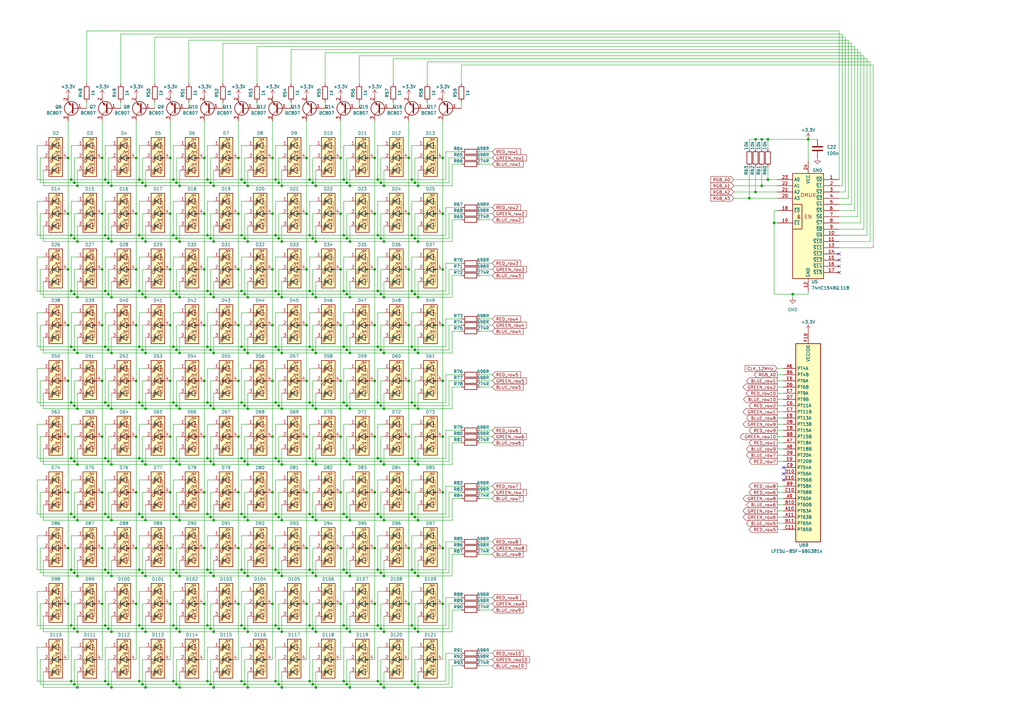
<source format=kicad_sch>
(kicad_sch (version 20230121) (generator eeschema)
  (paper "A3")
  (junction (at 69.85 64.77))
  (junction (at 170.18 120.65))
  (junction (at 55.88 247.65))
  (junction (at 101.6 259.08))
  (junction (at 59.69 99.06))
  (junction (at 181.61 247.65))
  (junction (at 127 96.52))
  (junction (at 44.45 74.93))
  (junction (at 168.91 119.38))
  (junction (at 85.09 256.54))
  (junction (at 113.03 142.24))
  (junction (at 111.76 201.93))
  (junction (at 114.3 97.79))
  (junction (at 27.94 224.79))
  (junction (at 30.48 97.79))
  (junction (at 41.91 133.35))
  (junction (at 86.36 120.65))
  (junction (at 100.33 189.23))
  (junction (at 55.88 110.49))
  (junction (at 87.63 236.22))
  (junction (at 168.91 210.82))
  (junction (at 57.15 96.52))
  (junction (at 59.69 190.5))
  (junction (at 154.94 165.1))
  (junction (at 83.82 247.65))
  (junction (at 73.66 76.2))
  (junction (at 87.63 121.92))
  (junction (at 27.94 201.93))
  (junction (at 59.69 236.22))
  (junction (at 171.45 281.94))
  (junction (at 154.94 279.4))
  (junction (at 114.3 280.67))
  (junction (at 71.12 119.38))
  (junction (at 170.18 257.81))
  (junction (at 87.63 76.2))
  (junction (at 139.7 64.77))
  (junction (at 45.72 121.92))
  (junction (at 168.91 279.4))
  (junction (at 29.21 279.4))
  (junction (at 97.79 110.49))
  (junction (at 69.85 247.65))
  (junction (at 170.18 97.79))
  (junction (at 312.42 76.2))
  (junction (at 154.94 73.66))
  (junction (at 127 256.54))
  (junction (at 100.33 143.51))
  (junction (at 309.88 78.74))
  (junction (at 140.97 73.66))
  (junction (at 157.48 121.92))
  (junction (at 128.27 143.51))
  (junction (at 111.76 133.35))
  (junction (at 59.69 121.92))
  (junction (at 83.82 87.63))
  (junction (at 167.64 247.65))
  (junction (at 57.15 142.24))
  (junction (at 83.82 156.21))
  (junction (at 58.42 143.51))
  (junction (at 167.64 133.35))
  (junction (at 115.57 121.92))
  (junction (at 99.06 256.54))
  (junction (at 72.39 257.81))
  (junction (at 156.21 120.65))
  (junction (at 128.27 234.95))
  (junction (at 43.18 96.52))
  (junction (at 140.97 256.54))
  (junction (at 29.21 187.96))
  (junction (at 113.03 233.68))
  (junction (at 114.3 189.23))
  (junction (at 171.45 213.36))
  (junction (at 29.21 73.66))
  (junction (at 181.61 64.77))
  (junction (at 57.15 256.54))
  (junction (at 87.63 259.08))
  (junction (at 27.94 179.07))
  (junction (at 83.82 179.07))
  (junction (at 58.42 97.79))
  (junction (at 59.69 281.94))
  (junction (at 101.6 190.5))
  (junction (at 87.63 281.94))
  (junction (at 113.03 73.66))
  (junction (at 111.76 110.49))
  (junction (at 154.94 96.52))
  (junction (at 69.85 156.21))
  (junction (at 156.21 97.79))
  (junction (at 128.27 120.65))
  (junction (at 111.76 156.21))
  (junction (at 143.51 236.22))
  (junction (at 114.3 166.37))
  (junction (at 128.27 212.09))
  (junction (at 57.15 119.38))
  (junction (at 59.69 167.64))
  (junction (at 143.51 213.36))
  (junction (at 125.73 247.65))
  (junction (at 43.18 142.24))
  (junction (at 111.76 64.77))
  (junction (at 55.88 156.21))
  (junction (at 140.97 233.68))
  (junction (at 41.91 179.07))
  (junction (at 127 279.4))
  (junction (at 153.67 87.63))
  (junction (at 86.36 280.67))
  (junction (at 171.45 76.2))
  (junction (at 86.36 74.93))
  (junction (at 72.39 234.95))
  (junction (at 86.36 234.95))
  (junction (at 142.24 97.79))
  (junction (at 181.61 133.35))
  (junction (at 44.45 120.65))
  (junction (at 127 142.24))
  (junction (at 167.64 110.49))
  (junction (at 156.21 234.95))
  (junction (at 113.03 187.96))
  (junction (at 168.91 233.68))
  (junction (at 99.06 96.52))
  (junction (at 43.18 279.4))
  (junction (at 44.45 143.51))
  (junction (at 99.06 279.4))
  (junction (at 127 233.68))
  (junction (at 139.7 110.49))
  (junction (at 111.76 179.07))
  (junction (at 57.15 165.1))
  (junction (at 72.39 74.93))
  (junction (at 59.69 259.08))
  (junction (at 128.27 74.93))
  (junction (at 101.6 76.2))
  (junction (at 73.66 213.36))
  (junction (at 57.15 233.68))
  (junction (at 31.75 167.64))
  (junction (at 168.91 96.52))
  (junction (at 43.18 256.54))
  (junction (at 170.18 143.51))
  (junction (at 114.3 74.93))
  (junction (at 129.54 144.78))
  (junction (at 43.18 73.66))
  (junction (at 157.48 76.2))
  (junction (at 83.82 64.77))
  (junction (at 153.67 247.65))
  (junction (at 143.51 167.64))
  (junction (at 43.18 210.82))
  (junction (at 30.48 120.65))
  (junction (at 73.66 121.92))
  (junction (at 71.12 96.52))
  (junction (at 114.3 143.51))
  (junction (at 153.67 64.77))
  (junction (at 139.7 179.07))
  (junction (at 168.91 187.96))
  (junction (at 129.54 213.36))
  (junction (at 157.48 190.5))
  (junction (at 113.03 119.38))
  (junction (at 58.42 120.65))
  (junction (at 29.21 119.38))
  (junction (at 99.06 187.96))
  (junction (at 156.21 166.37))
  (junction (at 41.91 156.21))
  (junction (at 83.82 224.79))
  (junction (at 129.54 190.5))
  (junction (at 140.97 210.82))
  (junction (at 156.21 189.23))
  (junction (at 57.15 210.82))
  (junction (at 314.96 57.15))
  (junction (at 157.48 144.78))
  (junction (at 125.73 201.93))
  (junction (at 72.39 280.67))
  (junction (at 101.6 281.94))
  (junction (at 69.85 201.93))
  (junction (at 31.75 281.94))
  (junction (at 127 210.82))
  (junction (at 128.27 97.79))
  (junction (at 125.73 87.63))
  (junction (at 45.72 281.94))
  (junction (at 153.67 224.79))
  (junction (at 69.85 179.07))
  (junction (at 181.61 201.93))
  (junction (at 45.72 144.78))
  (junction (at 154.94 233.68))
  (junction (at 181.61 224.79))
  (junction (at 140.97 96.52))
  (junction (at 41.91 64.77))
  (junction (at 87.63 213.36))
  (junction (at 44.45 97.79))
  (junction (at 58.42 74.93))
  (junction (at 171.45 259.08))
  (junction (at 83.82 133.35))
  (junction (at 45.72 167.64))
  (junction (at 97.79 224.79))
  (junction (at 128.27 189.23))
  (junction (at 44.45 257.81))
  (junction (at 69.85 110.49))
  (junction (at 127 165.1))
  (junction (at 114.3 212.09))
  (junction (at 30.48 212.09))
  (junction (at 72.39 143.51))
  (junction (at 142.24 234.95))
  (junction (at 58.42 280.67))
  (junction (at 85.09 119.38))
  (junction (at 154.94 210.82))
  (junction (at 72.39 212.09))
  (junction (at 97.79 133.35))
  (junction (at 85.09 187.96))
  (junction (at 45.72 259.08))
  (junction (at 153.67 156.21))
  (junction (at 97.79 201.93))
  (junction (at 309.88 57.15))
  (junction (at 30.48 74.93))
  (junction (at 72.39 166.37))
  (junction (at 41.91 110.49))
  (junction (at 31.75 144.78))
  (junction (at 129.54 167.64))
  (junction (at 115.57 259.08))
  (junction (at 157.48 281.94))
  (junction (at 181.61 156.21))
  (junction (at 99.06 210.82))
  (junction (at 97.79 64.77))
  (junction (at 127 119.38))
  (junction (at 181.61 110.49))
  (junction (at 113.03 96.52))
  (junction (at 125.73 64.77))
  (junction (at 143.51 121.92))
  (junction (at 30.48 234.95))
  (junction (at 44.45 189.23))
  (junction (at 115.57 144.78))
  (junction (at 139.7 87.63))
  (junction (at 167.64 87.63))
  (junction (at 143.51 144.78))
  (junction (at 114.3 120.65))
  (junction (at 99.06 119.38))
  (junction (at 73.66 144.78))
  (junction (at 45.72 99.06))
  (junction (at 86.36 257.81))
  (junction (at 83.82 110.49))
  (junction (at 87.63 190.5))
  (junction (at 140.97 165.1))
  (junction (at 59.69 213.36))
  (junction (at 101.6 99.06))
  (junction (at 142.24 120.65))
  (junction (at 154.94 256.54))
  (junction (at 97.79 87.63))
  (junction (at 29.21 233.68))
  (junction (at 99.06 142.24))
  (junction (at 87.63 144.78))
  (junction (at 171.45 236.22))
  (junction (at 140.97 142.24))
  (junction (at 153.67 201.93))
  (junction (at 59.69 76.2))
  (junction (at 170.18 74.93))
  (junction (at 140.97 187.96))
  (junction (at 181.61 87.63))
  (junction (at 114.3 234.95))
  (junction (at 156.21 257.81))
  (junction (at 307.34 81.28))
  (junction (at 44.45 234.95))
  (junction (at 113.03 279.4))
  (junction (at 125.73 156.21))
  (junction (at 170.18 280.67))
  (junction (at 72.39 189.23))
  (junction (at 58.42 234.95))
  (junction (at 153.67 133.35))
  (junction (at 45.72 213.36))
  (junction (at 111.76 247.65))
  (junction (at 31.75 213.36))
  (junction (at 143.51 190.5))
  (junction (at 143.51 281.94))
  (junction (at 27.94 247.65))
  (junction (at 113.03 210.82))
  (junction (at 27.94 110.49))
  (junction (at 85.09 210.82))
  (junction (at 167.64 201.93))
  (junction (at 31.75 259.08))
  (junction (at 125.73 110.49))
  (junction (at 157.48 213.36))
  (junction (at 85.09 233.68))
  (junction (at 101.6 213.36))
  (junction (at 30.48 257.81))
  (junction (at 154.94 119.38))
  (junction (at 142.24 143.51))
  (junction (at 129.54 121.92))
  (junction (at 43.18 187.96))
  (junction (at 31.75 76.2))
  (junction (at 71.12 187.96))
  (junction (at 125.73 179.07))
  (junction (at 170.18 189.23))
  (junction (at 170.18 166.37))
  (junction (at 312.42 57.15))
  (junction (at 139.7 247.65))
  (junction (at 139.7 224.79))
  (junction (at 41.91 247.65))
  (junction (at 71.12 279.4))
  (junction (at 153.67 110.49))
  (junction (at 168.91 256.54))
  (junction (at 45.72 236.22))
  (junction (at 167.64 156.21))
  (junction (at 73.66 236.22))
  (junction (at 29.21 96.52))
  (junction (at 129.54 76.2))
  (junction (at 86.36 189.23))
  (junction (at 156.21 143.51))
  (junction (at 129.54 236.22))
  (junction (at 142.24 166.37))
  (junction (at 128.27 280.67))
  (junction (at 170.18 212.09))
  (junction (at 331.47 57.15))
  (junction (at 142.24 189.23))
  (junction (at 69.85 224.79))
  (junction (at 142.24 280.67))
  (junction (at 140.97 279.4))
  (junction (at 29.21 142.24))
  (junction (at 115.57 99.06))
  (junction (at 142.24 257.81))
  (junction (at 168.91 142.24))
  (junction (at 55.88 179.07))
  (junction (at 115.57 167.64))
  (junction (at 171.45 190.5))
  (junction (at 57.15 279.4))
  (junction (at 43.18 165.1))
  (junction (at 143.51 76.2))
  (junction (at 85.09 142.24))
  (junction (at 128.27 166.37))
  (junction (at 41.91 224.79))
  (junction (at 30.48 143.51))
  (junction (at 157.48 99.06))
  (junction (at 314.96 73.66))
  (junction (at 72.39 120.65))
  (junction (at 29.21 165.1))
  (junction (at 71.12 73.66))
  (junction (at 31.75 236.22))
  (junction (at 127 187.96))
  (junction (at 101.6 236.22))
  (junction (at 143.51 99.06))
  (junction (at 71.12 142.24))
  (junction (at 73.66 259.08))
  (junction (at 317.5 91.44))
  (junction (at 153.67 179.07))
  (junction (at 154.94 187.96))
  (junction (at 125.73 133.35))
  (junction (at 86.36 212.09))
  (junction (at 129.54 281.94))
  (junction (at 115.57 236.22))
  (junction (at 100.33 97.79))
  (junction (at 168.91 73.66))
  (junction (at 100.33 166.37))
  (junction (at 27.94 133.35))
  (junction (at 43.18 233.68))
  (junction (at 44.45 212.09))
  (junction (at 115.57 190.5))
  (junction (at 168.91 165.1))
  (junction (at 113.03 165.1))
  (junction (at 87.63 167.64))
  (junction (at 128.27 257.81))
  (junction (at 167.64 64.77))
  (junction (at 41.91 201.93))
  (junction (at 27.94 156.21))
  (junction (at 43.18 119.38))
  (junction (at 85.09 96.52))
  (junction (at 55.88 64.77))
  (junction (at 140.97 119.38))
  (junction (at 55.88 224.79))
  (junction (at 99.06 233.68))
  (junction (at 97.79 156.21))
  (junction (at 114.3 257.81))
  (junction (at 100.33 257.81))
  (junction (at 111.76 87.63))
  (junction (at 325.12 120.65))
  (junction (at 69.85 133.35))
  (junction (at 97.79 179.07))
  (junction (at 45.72 76.2))
  (junction (at 181.61 179.07))
  (junction (at 30.48 189.23))
  (junction (at 44.45 280.67))
  (junction (at 58.42 166.37))
  (junction (at 29.21 210.82))
  (junction (at 31.75 190.5))
  (junction (at 27.94 87.63))
  (junction (at 111.76 224.79))
  (junction (at 125.73 224.79))
  (junction (at 129.54 99.06))
  (junction (at 58.42 257.81))
  (junction (at 113.03 256.54))
  (junction (at 73.66 281.94))
  (junction (at 71.12 233.68))
  (junction (at 71.12 256.54))
  (junction (at 127 73.66))
  (junction (at 100.33 120.65))
  (junction (at 31.75 121.92))
  (junction (at 72.39 97.79))
  (junction (at 86.36 97.79))
  (junction (at 27.94 64.77))
  (junction (at 167.64 179.07))
  (junction (at 30.48 166.37))
  (junction (at 156.21 212.09))
  (junction (at 101.6 167.64))
  (junction (at 100.33 212.09))
  (junction (at 101.6 121.92))
  (junction (at 143.51 259.08))
  (junction (at 57.15 187.96))
  (junction (at 156.21 74.93))
  (junction (at 99.06 73.66))
  (junction (at 154.94 142.24))
  (junction (at 157.48 167.64))
  (junction (at 85.09 279.4))
  (junction (at 73.66 167.64))
  (junction (at 87.63 99.06))
  (junction (at 129.54 259.08))
  (junction (at 115.57 76.2))
  (junction (at 139.7 156.21))
  (junction (at 157.48 259.08))
  (junction (at 58.42 212.09))
  (junction (at 171.45 121.92))
  (junction (at 100.33 74.93))
  (junction (at 31.75 99.06))
  (junction (at 55.88 87.63))
  (junction (at 73.66 190.5))
  (junction (at 71.12 165.1))
  (junction (at 57.15 73.66))
  (junction (at 139.7 201.93))
  (junction (at 41.91 87.63))
  (junction (at 69.85 87.63))
  (junction (at 142.24 74.93))
  (junction (at 59.69 144.78))
  (junction (at 101.6 144.78))
  (junction (at 86.36 143.51))
  (junction (at 170.18 234.95))
  (junction (at 97.79 247.65))
  (junction (at 30.48 280.67))
  (junction (at 142.24 212.09))
  (junction (at 171.45 144.78))
  (junction (at 171.45 167.64))
  (junction (at 55.88 201.93))
  (junction (at 85.09 165.1))
  (junction (at 99.06 165.1))
  (junction (at 29.21 256.54))
  (junction (at 45.72 190.5))
  (junction (at 167.64 224.79))
  (junction (at 157.48 236.22))
  (junction (at 58.42 189.23))
  (junction (at 55.88 133.35))
  (junction (at 115.57 281.94))
  (junction (at 83.82 201.93))
  (junction (at 100.33 280.67))
  (junction (at 156.21 280.67))
  (junction (at 115.57 213.36))
  (junction (at 44.45 166.37))
  (junction (at 171.45 99.06))
  (junction (at 85.09 73.66))
  (junction (at 139.7 133.35))
  (junction (at 100.33 234.95))
  (junction (at 73.66 99.06))
  (junction (at 86.36 166.37))
  (junction (at 71.12 210.82))
  (no_connect (at 321.31 196.85))
  (no_connect (at 344.17 109.22))
  (no_connect (at 344.17 104.14))
  (no_connect (at 321.31 194.31))
  (no_connect (at 344.17 106.68))
  (no_connect (at 321.31 191.77))
  (no_connect (at 344.17 111.76))
  (wire (pts (xy 85.09 187.96) (xy 99.06 187.96)))
  (wire (pts (xy 128.27 257.81) (xy 142.24 257.81)))
  (wire (pts (xy 73.66 265.43) (xy 71.12 265.43)))
  (wire (pts (xy 157.48 115.57) (xy 157.48 121.92)))
  (wire (pts (xy 196.85 247.65) (xy 201.93 247.65)))
  (wire (pts (xy 45.72 128.27) (xy 43.18 128.27)))
  (wire (pts (xy 99.06 187.96) (xy 113.03 187.96)))
  (wire (pts (xy 59.69 87.63) (xy 58.42 87.63)))
  (wire (pts (xy 57.15 119.38) (xy 71.12 119.38)))
  (wire (pts (xy 143.51 236.22) (xy 157.48 236.22)))
  (wire (pts (xy 189.23 201.93) (xy 184.15 201.93)))
  (wire (pts (xy 129.54 92.71) (xy 129.54 99.06)))
  (wire (pts (xy 171.45 184.15) (xy 171.45 190.5)))
  (wire (pts (xy 87.63 121.92) (xy 101.6 121.92)))
  (wire (pts (xy 17.78 219.71) (xy 15.24 219.71)))
  (wire (pts (xy 87.63 179.07) (xy 86.36 179.07)))
  (wire (pts (xy 72.39 74.93) (xy 86.36 74.93)))
  (wire (pts (xy 318.77 186.69) (xy 321.31 186.69)))
  (wire (pts (xy 167.64 49.53) (xy 167.64 64.77)))
  (wire (pts (xy 312.42 60.96) (xy 312.42 57.15)))
  (wire (pts (xy 143.51 196.85) (xy 140.97 196.85)))
  (wire (pts (xy 143.51 275.59) (xy 143.51 281.94)))
  (wire (pts (xy 143.51 151.13) (xy 140.97 151.13)))
  (wire (pts (xy 87.63 270.51) (xy 86.36 270.51)))
  (wire (pts (xy 113.03 142.24) (xy 127 142.24)))
  (wire (pts (xy 125.73 49.53) (xy 125.73 64.77)))
  (wire (pts (xy 157.48 184.15) (xy 157.48 190.5)))
  (wire (pts (xy 196.85 204.47) (xy 201.93 204.47)))
  (wire (pts (xy 73.66 229.87) (xy 73.66 236.22)))
  (wire (pts (xy 113.03 265.43) (xy 113.03 279.4)))
  (wire (pts (xy 85.09 173.99) (xy 85.09 187.96)))
  (wire (pts (xy 100.33 110.49) (xy 100.33 120.65)))
  (wire (pts (xy 59.69 110.49) (xy 58.42 110.49)))
  (wire (pts (xy 45.72 92.71) (xy 45.72 99.06)))
  (wire (pts (xy 170.18 201.93) (xy 170.18 212.09)))
  (wire (pts (xy 85.09 265.43) (xy 85.09 279.4)))
  (wire (pts (xy 30.48 280.67) (xy 44.45 280.67)))
  (wire (pts (xy 45.72 252.73) (xy 45.72 259.08)))
  (wire (pts (xy 185.42 181.61) (xy 185.42 190.5)))
  (wire (pts (xy 17.78 99.06) (xy 31.75 99.06)))
  (wire (pts (xy 170.18 212.09) (xy 184.15 212.09)))
  (wire (pts (xy 73.66 92.71) (xy 73.66 99.06)))
  (wire (pts (xy 196.85 113.03) (xy 201.93 113.03)))
  (wire (pts (xy 140.97 256.54) (xy 154.94 256.54)))
  (wire (pts (xy 58.42 270.51) (xy 58.42 280.67)))
  (wire (pts (xy 181.61 87.63) (xy 181.61 110.49)))
  (wire (pts (xy 101.6 270.51) (xy 100.33 270.51)))
  (wire (pts (xy 16.51 166.37) (xy 30.48 166.37)))
  (wire (pts (xy 156.21 97.79) (xy 170.18 97.79)))
  (wire (pts (xy 154.94 128.27) (xy 154.94 142.24)))
  (wire (pts (xy 73.66 128.27) (xy 71.12 128.27)))
  (wire (pts (xy 59.69 184.15) (xy 59.69 190.5)))
  (wire (pts (xy 143.51 270.51) (xy 142.24 270.51)))
  (wire (pts (xy 71.12 256.54) (xy 85.09 256.54)))
  (wire (pts (xy 87.63 252.73) (xy 87.63 259.08)))
  (wire (pts (xy 87.63 247.65) (xy 86.36 247.65)))
  (wire (pts (xy 30.48 270.51) (xy 30.48 280.67)))
  (wire (pts (xy 115.57 196.85) (xy 113.03 196.85)))
  (wire (pts (xy 189.23 250.19) (xy 185.42 250.19)))
  (wire (pts (xy 16.51 280.67) (xy 30.48 280.67)))
  (wire (pts (xy 55.88 87.63) (xy 55.88 110.49)))
  (wire (pts (xy 77.47 16.51) (xy 347.98 16.51)))
  (wire (pts (xy 16.51 224.79) (xy 16.51 234.95)))
  (wire (pts (xy 100.33 280.67) (xy 114.3 280.67)))
  (wire (pts (xy 157.48 156.21) (xy 156.21 156.21)))
  (wire (pts (xy 72.39 189.23) (xy 86.36 189.23)))
  (wire (pts (xy 307.34 57.15) (xy 309.88 57.15)))
  (wire (pts (xy 73.66 144.78) (xy 87.63 144.78)))
  (wire (pts (xy 55.88 49.53) (xy 55.88 64.77)))
  (wire (pts (xy 59.69 128.27) (xy 57.15 128.27)))
  (wire (pts (xy 168.91 173.99) (xy 168.91 187.96)))
  (wire (pts (xy 31.75 229.87) (xy 31.75 236.22)))
  (wire (pts (xy 45.72 121.92) (xy 59.69 121.92)))
  (wire (pts (xy 31.75 133.35) (xy 30.48 133.35)))
  (wire (pts (xy 100.33 201.93) (xy 100.33 212.09)))
  (wire (pts (xy 73.66 133.35) (xy 72.39 133.35)))
  (wire (pts (xy 30.48 64.77) (xy 30.48 74.93)))
  (wire (pts (xy 115.57 270.51) (xy 114.3 270.51)))
  (wire (pts (xy 101.6 236.22) (xy 115.57 236.22)))
  (wire (pts (xy 100.33 74.93) (xy 114.3 74.93)))
  (wire (pts (xy 49.53 41.91) (xy 49.53 44.45)))
  (wire (pts (xy 85.09 59.69) (xy 85.09 73.66)))
  (wire (pts (xy 30.48 87.63) (xy 30.48 97.79)))
  (wire (pts (xy 157.48 110.49) (xy 156.21 110.49)))
  (wire (pts (xy 58.42 156.21) (xy 58.42 166.37)))
  (wire (pts (xy 100.33 64.77) (xy 100.33 74.93)))
  (wire (pts (xy 31.75 213.36) (xy 45.72 213.36)))
  (wire (pts (xy 127 219.71) (xy 127 233.68)))
  (wire (pts (xy 129.54 59.69) (xy 127 59.69)))
  (wire (pts (xy 128.27 110.49) (xy 128.27 120.65)))
  (wire (pts (xy 101.6 133.35) (xy 100.33 133.35)))
  (wire (pts (xy 346.71 78.74) (xy 346.71 15.24)))
  (wire (pts (xy 45.72 138.43) (xy 45.72 144.78)))
  (wire (pts (xy 71.12 210.82) (xy 85.09 210.82)))
  (wire (pts (xy 125.73 156.21) (xy 125.73 179.07)))
  (wire (pts (xy 73.66 281.94) (xy 87.63 281.94)))
  (wire (pts (xy 91.44 17.78) (xy 91.44 34.29)))
  (wire (pts (xy 101.6 207.01) (xy 101.6 213.36)))
  (wire (pts (xy 171.45 219.71) (xy 168.91 219.71)))
  (wire (pts (xy 55.88 179.07) (xy 55.88 201.93)))
  (wire (pts (xy 58.42 97.79) (xy 72.39 97.79)))
  (wire (pts (xy 156.21 212.09) (xy 170.18 212.09)))
  (wire (pts (xy 127 59.69) (xy 127 73.66)))
  (wire (pts (xy 354.33 22.86) (xy 147.32 22.86)))
  (wire (pts (xy 59.69 247.65) (xy 58.42 247.65)))
  (wire (pts (xy 168.91 82.55) (xy 168.91 96.52)))
  (wire (pts (xy 71.12 233.68) (xy 85.09 233.68)))
  (wire (pts (xy 167.64 110.49) (xy 167.64 133.35)))
  (wire (pts (xy 72.39 280.67) (xy 86.36 280.67)))
  (wire (pts (xy 129.54 196.85) (xy 127 196.85)))
  (wire (pts (xy 29.21 196.85) (xy 29.21 210.82)))
  (wire (pts (xy 73.66 99.06) (xy 87.63 99.06)))
  (wire (pts (xy 156.21 120.65) (xy 170.18 120.65)))
  (wire (pts (xy 69.85 201.93) (xy 69.85 224.79)))
  (wire (pts (xy 300.99 78.74) (xy 309.88 78.74)))
  (wire (pts (xy 85.09 119.38) (xy 99.06 119.38)))
  (wire (pts (xy 128.27 247.65) (xy 128.27 257.81)))
  (wire (pts (xy 143.51 110.49) (xy 142.24 110.49)))
  (wire (pts (xy 69.85 87.63) (xy 69.85 110.49)))
  (wire (pts (xy 143.51 247.65) (xy 142.24 247.65)))
  (wire (pts (xy 57.15 151.13) (xy 57.15 165.1)))
  (wire (pts (xy 353.06 21.59) (xy 353.06 91.44)))
  (wire (pts (xy 17.78 252.73) (xy 17.78 259.08)))
  (wire (pts (xy 30.48 120.65) (xy 44.45 120.65)))
  (wire (pts (xy 196.85 153.67) (xy 201.93 153.67)))
  (wire (pts (xy 127 265.43) (xy 127 279.4)))
  (wire (pts (xy 87.63 242.57) (xy 85.09 242.57)))
  (wire (pts (xy 111.76 110.49) (xy 111.76 133.35)))
  (wire (pts (xy 168.91 233.68) (xy 182.88 233.68)))
  (wire (pts (xy 85.09 165.1) (xy 99.06 165.1)))
  (wire (pts (xy 140.97 265.43) (xy 140.97 279.4)))
  (wire (pts (xy 57.15 210.82) (xy 71.12 210.82)))
  (wire (pts (xy 101.6 92.71) (xy 101.6 99.06)))
  (wire (pts (xy 45.72 259.08) (xy 59.69 259.08)))
  (wire (pts (xy 143.51 92.71) (xy 143.51 99.06)))
  (wire (pts (xy 157.48 179.07) (xy 156.21 179.07)))
  (wire (pts (xy 44.45 234.95) (xy 58.42 234.95)))
  (wire (pts (xy 114.3 120.65) (xy 128.27 120.65)))
  (wire (pts (xy 115.57 190.5) (xy 129.54 190.5)))
  (wire (pts (xy 17.78 281.94) (xy 31.75 281.94)))
  (wire (pts (xy 143.51 229.87) (xy 143.51 236.22)))
  (wire (pts (xy 97.79 87.63) (xy 97.79 110.49)))
  (wire (pts (xy 171.45 59.69) (xy 168.91 59.69)))
  (wire (pts (xy 15.24 256.54) (xy 29.21 256.54)))
  (wire (pts (xy 43.18 187.96) (xy 57.15 187.96)))
  (wire (pts (xy 73.66 110.49) (xy 72.39 110.49)))
  (wire (pts (xy 59.69 76.2) (xy 73.66 76.2)))
  (wire (pts (xy 115.57 161.29) (xy 115.57 167.64)))
  (wire (pts (xy 349.25 17.78) (xy 91.44 17.78)))
  (wire (pts (xy 157.48 236.22) (xy 171.45 236.22)))
  (wire (pts (xy 73.66 151.13) (xy 71.12 151.13)))
  (wire (pts (xy 17.78 229.87) (xy 17.78 236.22)))
  (wire (pts (xy 55.88 156.21) (xy 55.88 179.07)))
  (wire (pts (xy 157.48 92.71) (xy 157.48 99.06)))
  (wire (pts (xy 71.12 119.38) (xy 85.09 119.38)))
  (wire (pts (xy 185.42 76.2) (xy 171.45 76.2)))
  (wire (pts (xy 105.41 19.05) (xy 350.52 19.05)))
  (wire (pts (xy 185.42 158.75) (xy 185.42 167.64)))
  (wire (pts (xy 115.57 259.08) (xy 129.54 259.08)))
  (wire (pts (xy 128.27 224.79) (xy 128.27 234.95)))
  (wire (pts (xy 143.51 259.08) (xy 157.48 259.08)))
  (wire (pts (xy 87.63 99.06) (xy 101.6 99.06)))
  (wire (pts (xy 113.03 187.96) (xy 127 187.96)))
  (wire (pts (xy 44.45 270.51) (xy 44.45 280.67)))
  (wire (pts (xy 115.57 275.59) (xy 115.57 281.94)))
  (wire (pts (xy 15.24 142.24) (xy 29.21 142.24)))
  (wire (pts (xy 85.09 96.52) (xy 99.06 96.52)))
  (wire (pts (xy 16.51 257.81) (xy 30.48 257.81)))
  (wire (pts (xy 170.18 64.77) (xy 170.18 74.93)))
  (wire (pts (xy 100.33 120.65) (xy 114.3 120.65)))
  (wire (pts (xy 115.57 99.06) (xy 129.54 99.06)))
  (wire (pts (xy 100.33 156.21) (xy 100.33 166.37)))
  (wire (pts (xy 142.24 189.23) (xy 156.21 189.23)))
  (wire (pts (xy 127 96.52) (xy 140.97 96.52)))
  (wire (pts (xy 128.27 156.21) (xy 128.27 166.37)))
  (wire (pts (xy 73.66 242.57) (xy 71.12 242.57)))
  (wire (pts (xy 154.94 59.69) (xy 154.94 73.66)))
  (wire (pts (xy 87.63 59.69) (xy 85.09 59.69)))
  (wire (pts (xy 142.24 247.65) (xy 142.24 257.81)))
  (wire (pts (xy 317.5 86.36) (xy 318.77 86.36)))
  (wire (pts (xy 114.3 224.79) (xy 114.3 234.95)))
  (wire (pts (xy 41.91 87.63) (xy 41.91 64.77)))
  (wire (pts (xy 129.54 76.2) (xy 143.51 76.2)))
  (wire (pts (xy 58.42 87.63) (xy 58.42 97.79)))
  (wire (pts (xy 129.54 99.06) (xy 143.51 99.06)))
  (wire (pts (xy 44.45 64.77) (xy 44.45 74.93)))
  (wire (pts (xy 143.51 224.79) (xy 142.24 224.79)))
  (wire (pts (xy 45.72 184.15) (xy 45.72 190.5)))
  (wire (pts (xy 45.72 201.93) (xy 44.45 201.93)))
  (wire (pts (xy 355.6 24.13) (xy 355.6 96.52)))
  (wire (pts (xy 17.78 151.13) (xy 15.24 151.13)))
  (wire (pts (xy 156.21 247.65) (xy 156.21 257.81)))
  (wire (pts (xy 189.23 247.65) (xy 184.15 247.65)))
  (wire (pts (xy 157.48 252.73) (xy 157.48 259.08)))
  (wire (pts (xy 184.15 87.63) (xy 184.15 97.79)))
  (wire (pts (xy 140.97 219.71) (xy 140.97 233.68)))
  (wire (pts (xy 139.7 179.07) (xy 139.7 201.93)))
  (wire (pts (xy 44.45 166.37) (xy 58.42 166.37)))
  (wire (pts (xy 128.27 280.67) (xy 142.24 280.67)))
  (wire (pts (xy 57.15 265.43) (xy 57.15 279.4)))
  (wire (pts (xy 133.35 21.59) (xy 353.06 21.59)))
  (wire (pts (xy 171.45 110.49) (xy 170.18 110.49)))
  (wire (pts (xy 143.51 59.69) (xy 140.97 59.69)))
  (wire (pts (xy 127 105.41) (xy 127 119.38)))
  (wire (pts (xy 17.78 133.35) (xy 16.51 133.35)))
  (wire (pts (xy 101.6 76.2) (xy 115.57 76.2)))
  (wire (pts (xy 71.12 59.69) (xy 71.12 73.66)))
  (wire (pts (xy 129.54 207.01) (xy 129.54 213.36)))
  (wire (pts (xy 128.27 212.09) (xy 142.24 212.09)))
  (wire (pts (xy 17.78 173.99) (xy 15.24 173.99)))
  (wire (pts (xy 69.85 247.65) (xy 69.85 270.51)))
  (wire (pts (xy 171.45 151.13) (xy 168.91 151.13)))
  (wire (pts (xy 29.21 96.52) (xy 43.18 96.52)))
  (wire (pts (xy 143.51 219.71) (xy 140.97 219.71)))
  (wire (pts (xy 73.66 105.41) (xy 71.12 105.41)))
  (wire (pts (xy 17.78 242.57) (xy 15.24 242.57)))
  (wire (pts (xy 86.36 201.93) (xy 86.36 212.09)))
  (wire (pts (xy 154.94 279.4) (xy 168.91 279.4)))
  (wire (pts (xy 143.51 190.5) (xy 157.48 190.5)))
  (wire (pts (xy 142.24 201.93) (xy 142.24 212.09)))
  (wire (pts (xy 127 82.55) (xy 127 96.52)))
  (wire (pts (xy 43.18 219.71) (xy 43.18 233.68)))
  (wire (pts (xy 153.67 247.65) (xy 153.67 270.51)))
  (wire (pts (xy 140.97 59.69) (xy 140.97 73.66)))
  (wire (pts (xy 168.91 105.41) (xy 168.91 119.38)))
  (wire (pts (xy 45.72 265.43) (xy 43.18 265.43)))
  (wire (pts (xy 31.75 224.79) (xy 30.48 224.79)))
  (wire (pts (xy 59.69 196.85) (xy 57.15 196.85)))
  (wire (pts (xy 170.18 270.51) (xy 170.18 280.67)))
  (wire (pts (xy 57.15 165.1) (xy 71.12 165.1)))
  (wire (pts (xy 153.67 201.93) (xy 153.67 224.79)))
  (wire (pts (xy 189.23 224.79) (xy 184.15 224.79)))
  (wire (pts (xy 101.6 179.07) (xy 100.33 179.07)))
  (wire (pts (xy 147.32 41.91) (xy 147.32 44.45)))
  (wire (pts (xy 140.97 73.66) (xy 154.94 73.66)))
  (wire (pts (xy 43.18 279.4) (xy 57.15 279.4)))
  (wire (pts (xy 182.88 199.39) (xy 182.88 210.82)))
  (wire (pts (xy 69.85 224.79) (xy 69.85 247.65)))
  (wire (pts (xy 185.42 113.03) (xy 185.42 121.92)))
  (wire (pts (xy 129.54 213.36) (xy 143.51 213.36)))
  (wire (pts (xy 101.6 259.08) (xy 115.57 259.08)))
  (wire (pts (xy 154.94 196.85) (xy 154.94 210.82)))
  (wire (pts (xy 30.48 179.07) (xy 30.48 189.23)))
  (wire (pts (xy 73.66 121.92) (xy 87.63 121.92)))
  (wire (pts (xy 15.24 233.68) (xy 29.21 233.68)))
  (wire (pts (xy 154.94 96.52) (xy 168.91 96.52)))
  (wire (pts (xy 15.24 242.57) (xy 15.24 256.54)))
  (wire (pts (xy 15.24 219.71) (xy 15.24 233.68)))
  (wire (pts (xy 189.23 267.97) (xy 182.88 267.97)))
  (wire (pts (xy 181.61 49.53) (xy 181.61 64.77)))
  (wire (pts (xy 185.42 273.05) (xy 185.42 281.94)))
  (wire (pts (xy 314.96 57.15) (xy 314.96 60.96)))
  (wire (pts (xy 140.97 105.41) (xy 140.97 119.38)))
  (wire (pts (xy 140.97 151.13) (xy 140.97 165.1)))
  (wire (pts (xy 58.42 224.79) (xy 58.42 234.95)))
  (wire (pts (xy 142.24 74.93) (xy 156.21 74.93)))
  (wire (pts (xy 154.94 105.41) (xy 154.94 119.38)))
  (wire (pts (xy 31.75 196.85) (xy 29.21 196.85)))
  (wire (pts (xy 143.51 281.94) (xy 157.48 281.94)))
  (wire (pts (xy 318.77 189.23) (xy 321.31 189.23)))
  (wire (pts (xy 16.51 156.21) (xy 16.51 166.37)))
  (wire (pts (xy 87.63 167.64) (xy 101.6 167.64)))
  (wire (pts (xy 86.36 87.63) (xy 86.36 97.79)))
  (wire (pts (xy 161.29 34.29) (xy 161.29 24.13)))
  (wire (pts (xy 353.06 91.44) (xy 344.17 91.44)))
  (wire (pts (xy 129.54 69.85) (xy 129.54 76.2)))
  (wire (pts (xy 73.66 179.07) (xy 72.39 179.07)))
  (wire (pts (xy 87.63 69.85) (xy 87.63 76.2)))
  (wire (pts (xy 312.42 68.58) (xy 312.42 76.2)))
  (wire (pts (xy 99.06 265.43) (xy 99.06 279.4)))
  (wire (pts (xy 16.51 87.63) (xy 16.51 97.79)))
  (wire (pts (xy 85.09 128.27) (xy 85.09 142.24)))
  (wire (pts (xy 129.54 201.93) (xy 128.27 201.93)))
  (wire (pts (xy 31.75 138.43) (xy 31.75 144.78)))
  (wire (pts (xy 100.33 257.81) (xy 114.3 257.81)))
  (wire (pts (xy 114.3 133.35) (xy 114.3 143.51)))
  (wire (pts (xy 83.82 133.35) (xy 83.82 156.21)))
  (wire (pts (xy 101.6 110.49) (xy 100.33 110.49)))
  (wire (pts (xy 45.72 247.65) (xy 44.45 247.65)))
  (wire (pts (xy 115.57 121.92) (xy 129.54 121.92)))
  (wire (pts (xy 86.36 110.49) (xy 86.36 120.65)))
  (wire (pts (xy 127 142.24) (xy 140.97 142.24)))
  (wire (pts (xy 355.6 96.52) (xy 344.17 96.52)))
  (wire (pts (xy 115.57 173.99) (xy 113.03 173.99)))
  (wire (pts (xy 115.57 133.35) (xy 114.3 133.35)))
  (wire (pts (xy 129.54 270.51) (xy 128.27 270.51)))
  (wire (pts (xy 153.67 179.07) (xy 153.67 201.93)))
  (wire (pts (xy 71.12 105.41) (xy 71.12 119.38)))
  (wire (pts (xy 45.72 207.01) (xy 45.72 213.36)))
  (wire (pts (xy 31.75 242.57) (xy 29.21 242.57)))
  (wire (pts (xy 58.42 74.93) (xy 72.39 74.93)))
  (wire (pts (xy 181.61 179.07) (xy 181.61 201.93)))
  (wire (pts (xy 185.42 121.92) (xy 171.45 121.92)))
  (wire (pts (xy 17.78 59.69) (xy 15.24 59.69)))
  (wire (pts (xy 45.72 167.64) (xy 59.69 167.64)))
  (wire (pts (xy 113.03 82.55) (xy 113.03 96.52)))
  (wire (pts (xy 171.45 196.85) (xy 168.91 196.85)))
  (wire (pts (xy 31.75 184.15) (xy 31.75 190.5)))
  (wire (pts (xy 115.57 110.49) (xy 114.3 110.49)))
  (wire (pts (xy 41.91 270.51) (xy 41.91 247.65)))
  (wire (pts (xy 72.39 179.07) (xy 72.39 189.23)))
  (wire (pts (xy 154.94 165.1) (xy 168.91 165.1)))
  (wire (pts (xy 30.48 143.51) (xy 44.45 143.51)))
  (wire (pts (xy 119.38 41.91) (xy 119.38 44.45)))
  (wire (pts (xy 142.24 280.67) (xy 156.21 280.67)))
  (wire (pts (xy 16.51 212.09) (xy 30.48 212.09)))
  (wire (pts (xy 318.77 179.07) (xy 321.31 179.07)))
  (wire (pts (xy 143.51 69.85) (xy 143.51 76.2)))
  (wire (pts (xy 59.69 133.35) (xy 58.42 133.35)))
  (wire (pts (xy 27.94 179.07) (xy 27.94 201.93)))
  (wire (pts (xy 115.57 213.36) (xy 129.54 213.36)))
  (wire (pts (xy 167.64 87.63) (xy 167.64 110.49)))
  (wire (pts (xy 318.77 201.93) (xy 321.31 201.93)))
  (wire (pts (xy 331.47 120.65) (xy 325.12 120.65)))
  (wire (pts (xy 44.45 280.67) (xy 58.42 280.67)))
  (wire (pts (xy 129.54 105.41) (xy 127 105.41)))
  (wire (pts (xy 189.23 87.63) (xy 184.15 87.63)))
  (wire (pts (xy 59.69 236.22) (xy 73.66 236.22)))
  (wire (pts (xy 17.78 138.43) (xy 17.78 144.78)))
  (wire (pts (xy 16.51 270.51) (xy 16.51 280.67)))
  (wire (pts (xy 171.45 115.57) (xy 171.45 121.92)))
  (wire (pts (xy 58.42 247.65) (xy 58.42 257.81)))
  (wire (pts (xy 142.24 97.79) (xy 156.21 97.79)))
  (wire (pts (xy 69.85 110.49) (xy 69.85 133.35)))
  (wire (pts (xy 143.51 144.78) (xy 157.48 144.78)))
  (wire (pts (xy 157.48 265.43) (xy 154.94 265.43)))
  (wire (pts (xy 157.48 87.63) (xy 156.21 87.63)))
  (wire (pts (xy 99.06 82.55) (xy 99.06 96.52)))
  (wire (pts (xy 72.39 234.95) (xy 86.36 234.95)))
  (wire (pts (xy 156.21 133.35) (xy 156.21 143.51)))
  (wire (pts (xy 72.39 270.51) (xy 72.39 280.67)))
  (wire (pts (xy 77.47 41.91) (xy 77.47 44.45)))
  (wire (pts (xy 350.52 86.36) (xy 344.17 86.36)))
  (wire (pts (xy 157.48 105.41) (xy 154.94 105.41)))
  (wire (pts (xy 97.79 133.35) (xy 97.79 156.21)))
  (wire (pts (xy 43.18 210.82) (xy 57.15 210.82)))
  (wire (pts (xy 59.69 281.94) (xy 73.66 281.94)))
  (wire (pts (xy 72.39 87.63) (xy 72.39 97.79)))
  (wire (pts (xy 45.72 110.49) (xy 44.45 110.49)))
  (wire (pts (xy 140.97 165.1) (xy 154.94 165.1)))
  (wire (pts (xy 43.18 119.38) (xy 57.15 119.38)))
  (wire (pts (xy 16.51 74.93) (xy 30.48 74.93)))
  (wire (pts (xy 168.91 196.85) (xy 168.91 210.82)))
  (wire (pts (xy 114.3 97.79) (xy 128.27 97.79)))
  (wire (pts (xy 196.85 224.79) (xy 201.93 224.79)))
  (wire (pts (xy 171.45 128.27) (xy 168.91 128.27)))
  (wire (pts (xy 143.51 242.57) (xy 140.97 242.57)))
  (wire (pts (xy 140.97 119.38) (xy 154.94 119.38)))
  (wire (pts (xy 99.06 210.82) (xy 113.03 210.82)))
  (wire (pts (xy 115.57 281.94) (xy 129.54 281.94)))
  (wire (pts (xy 347.98 16.51) (xy 347.98 81.28)))
  (wire (pts (xy 59.69 167.64) (xy 73.66 167.64)))
  (wire (pts (xy 101.6 242.57) (xy 99.06 242.57)))
  (wire (pts (xy 85.09 233.68) (xy 99.06 233.68)))
  (wire (pts (xy 157.48 82.55) (xy 154.94 82.55)))
  (wire (pts (xy 73.66 207.01) (xy 73.66 213.36)))
  (wire (pts (xy 45.72 161.29) (xy 45.72 167.64)))
  (wire (pts (xy 171.45 229.87) (xy 171.45 236.22)))
  (wire (pts (xy 87.63 207.01) (xy 87.63 213.36)))
  (wire (pts (xy 99.06 279.4) (xy 113.03 279.4)))
  (wire (pts (xy 87.63 190.5) (xy 101.6 190.5)))
  (wire (pts (xy 129.54 167.64) (xy 143.51 167.64)))
  (wire (pts (xy 113.03 173.99) (xy 113.03 187.96)))
  (wire (pts (xy 59.69 201.93) (xy 58.42 201.93)))
  (wire (pts (xy 44.45 201.93) (xy 44.45 212.09)))
  (wire (pts (xy 153.67 64.77) (xy 153.67 87.63)))
  (wire (pts (xy 31.75 247.65) (xy 30.48 247.65)))
  (wire (pts (xy 99.06 165.1) (xy 113.03 165.1)))
  (wire (pts (xy 58.42 179.07) (xy 58.42 189.23)))
  (wire (pts (xy 31.75 144.78) (xy 45.72 144.78)))
  (wire (pts (xy 29.21 279.4) (xy 43.18 279.4)))
  (wire (pts (xy 113.03 210.82) (xy 127 210.82)))
  (wire (pts (xy 31.75 252.73) (xy 31.75 259.08)))
  (wire (pts (xy 99.06 256.54) (xy 113.03 256.54)))
  (wire (pts (xy 29.21 119.38) (xy 43.18 119.38)))
  (wire (pts (xy 189.23 107.95) (xy 182.88 107.95)))
  (wire (pts (xy 181.61 156.21) (xy 181.61 179.07)))
  (wire (pts (xy 31.75 201.93) (xy 30.48 201.93)))
  (wire (pts (xy 29.21 142.24) (xy 43.18 142.24)))
  (wire (pts (xy 111.76 87.63) (xy 111.76 110.49)))
  (wire (pts (xy 154.94 265.43) (xy 154.94 279.4)))
  (wire (pts (xy 128.27 74.93) (xy 142.24 74.93)))
  (wire (pts (xy 87.63 236.22) (xy 101.6 236.22)))
  (wire (pts (xy 99.06 119.38) (xy 113.03 119.38)))
  (wire (pts (xy 15.24 119.38) (xy 29.21 119.38)))
  (wire (pts (xy 347.98 81.28) (xy 344.17 81.28)))
  (wire (pts (xy 171.45 252.73) (xy 171.45 259.08)))
  (wire (pts (xy 55.88 247.65) (xy 55.88 270.51)))
  (wire (pts (xy 101.6 64.77) (xy 100.33 64.77)))
  (wire (pts (xy 129.54 236.22) (xy 143.51 236.22)))
  (wire (pts (xy 170.18 257.81) (xy 184.15 257.81)))
  (wire (pts (xy 101.6 213.36) (xy 115.57 213.36)))
  (wire (pts (xy 43.18 173.99) (xy 43.18 187.96)))
  (wire (pts (xy 101.6 184.15) (xy 101.6 190.5)))
  (wire (pts (xy 44.45 133.35) (xy 44.45 143.51)))
  (wire (pts (xy 157.48 167.64) (xy 171.45 167.64)))
  (wire (pts (xy 15.24 59.69) (xy 15.24 73.66)))
  (wire (pts (xy 31.75 105.41) (xy 29.21 105.41)))
  (wire (pts (xy 44.45 156.21) (xy 44.45 166.37)))
  (wire (pts (xy 171.45 156.21) (xy 170.18 156.21)))
  (wire (pts (xy 99.06 128.27) (xy 99.06 142.24)))
  (wire (pts (xy 140.97 96.52) (xy 154.94 96.52)))
  (wire (pts (xy 31.75 115.57) (xy 31.75 121.92)))
  (wire (pts (xy 27.94 87.63) (xy 27.94 110.49)))
  (wire (pts (xy 113.03 233.68) (xy 127 233.68)))
  (wire (pts (xy 16.51 97.79) (xy 30.48 97.79)))
  (wire (pts (xy 113.03 128.27) (xy 113.03 142.24)))
  (wire (pts (xy 196.85 181.61) (xy 201.93 181.61)))
  (wire (pts (xy 101.6 247.65) (xy 100.33 247.65)))
  (wire (pts (xy 87.63 229.87) (xy 87.63 236.22)))
  (wire (pts (xy 115.57 59.69) (xy 113.03 59.69)))
  (wire (pts (xy 317.5 91.44) (xy 318.77 91.44)))
  (wire (pts (xy 83.82 179.07) (xy 83.82 201.93)))
  (wire (pts (xy 30.48 110.49) (xy 30.48 120.65)))
  (wire (pts (xy 101.6 196.85) (xy 99.06 196.85)))
  (wire (pts (xy 31.75 259.08) (xy 45.72 259.08)))
  (wire (pts (xy 168.91 59.69) (xy 168.91 73.66)))
  (wire (pts (xy 57.15 196.85) (xy 57.15 210.82)))
  (wire (pts (xy 58.42 201.93) (xy 58.42 212.09)))
  (wire (pts (xy 196.85 90.17) (xy 201.93 90.17)))
  (wire (pts (xy 127 73.66) (xy 140.97 73.66)))
  (wire (pts (xy 184.15 270.51) (xy 184.15 280.67)))
  (wire (pts (xy 168.91 242.57) (xy 168.91 256.54)))
  (wire (pts (xy 154.94 256.54) (xy 168.91 256.54)))
  (wire (pts (xy 101.6 69.85) (xy 101.6 76.2)))
  (wire (pts (xy 196.85 85.09) (xy 201.93 85.09)))
  (wire (pts (xy 113.03 59.69) (xy 113.03 73.66)))
  (wire (pts (xy 127 151.13) (xy 127 165.1)))
  (wire (pts (xy 139.7 49.53) (xy 139.7 64.77)))
  (wire (pts (xy 58.42 257.81) (xy 72.39 257.81)))
  (wire (pts (xy 189.23 34.29) (xy 189.23 26.67)))
  (wire (pts (xy 115.57 252.73) (xy 115.57 259.08)))
  (wire (pts (xy 181.61 110.49) (xy 181.61 133.35)))
  (wire (pts (xy 57.15 233.68) (xy 71.12 233.68)))
  (wire (pts (xy 318.77 176.53) (xy 321.31 176.53)))
  (wire (pts (xy 196.85 222.25) (xy 201.93 222.25)))
  (wire (pts (xy 156.21 143.51) (xy 170.18 143.51)))
  (wire (pts (xy 140.97 196.85) (xy 140.97 210.82)))
  (wire (pts (xy 57.15 256.54) (xy 71.12 256.54)))
  (wire (pts (xy 111.76 49.53) (xy 111.76 64.77)))
  (wire (pts (xy 171.45 224.79) (xy 170.18 224.79)))
  (wire (pts (xy 125.73 133.35) (xy 125.73 156.21)))
  (wire (pts (xy 73.66 173.99) (xy 71.12 173.99)))
  (wire (pts (xy 196.85 67.31) (xy 201.93 67.31)))
  (wire (pts (xy 41.91 201.93) (xy 41.91 179.07)))
  (wire (pts (xy 45.72 190.5) (xy 59.69 190.5)))
  (wire (pts (xy 189.23 110.49) (xy 184.15 110.49)))
  (wire (pts (xy 171.45 64.77) (xy 170.18 64.77)))
  (wire (pts (xy 45.72 213.36) (xy 59.69 213.36)))
  (wire (pts (xy 30.48 133.35) (xy 30.48 143.51)))
  (wire (pts (xy 168.91 210.82) (xy 182.88 210.82)))
  (wire (pts (xy 59.69 229.87) (xy 59.69 236.22)))
  (wire (pts (xy 57.15 142.24) (xy 71.12 142.24)))
  (wire (pts (xy 140.97 242.57) (xy 140.97 256.54)))
  (wire (pts (xy 171.45 270.51) (xy 170.18 270.51)))
  (wire (pts (xy 157.48 133.35) (xy 156.21 133.35)))
  (wire (pts (xy 111.76 133.35) (xy 111.76 156.21)))
  (wire (pts (xy 140.97 142.24) (xy 154.94 142.24)))
  (wire (pts (xy 170.18 156.21) (xy 170.18 166.37)))
  (wire (pts (xy 344.17 93.98) (xy 354.33 93.98)))
  (wire (pts (xy 101.6 115.57) (xy 101.6 121.92)))
  (wire (pts (xy 189.23 181.61) (xy 185.42 181.61)))
  (wire (pts (xy 43.18 105.41) (xy 43.18 119.38)))
  (wire (pts (xy 189.23 62.23) (xy 182.88 62.23)))
  (wire (pts (xy 161.29 24.13) (xy 355.6 24.13)))
  (wire (pts (xy 196.85 176.53) (xy 201.93 176.53)))
  (wire (pts (xy 128.27 270.51) (xy 128.27 280.67)))
  (wire (pts (xy 170.18 74.93) (xy 184.15 74.93)))
  (wire (pts (xy 168.91 128.27) (xy 168.91 142.24)))
  (wire (pts (xy 184.15 133.35) (xy 184.15 143.51)))
  (wire (pts (xy 157.48 69.85) (xy 157.48 76.2)))
  (wire (pts (xy 125.73 201.93) (xy 125.73 224.79)))
  (wire (pts (xy 156.21 280.67) (xy 170.18 280.67)))
  (wire (pts (xy 154.94 187.96) (xy 168.91 187.96)))
  (wire (pts (xy 317.5 120.65) (xy 317.5 91.44)))
  (wire (pts (xy 331.47 119.38) (xy 331.47 120.65)))
  (wire (pts (xy 114.3 156.21) (xy 114.3 166.37)))
  (wire (pts (xy 43.18 59.69) (xy 43.18 73.66)))
  (wire (pts (xy 143.51 252.73) (xy 143.51 259.08)))
  (wire (pts (xy 189.23 26.67) (xy 358.14 26.67)))
  (wire (pts (xy 182.88 85.09) (xy 182.88 96.52)))
  (wire (pts (xy 184.15 201.93) (xy 184.15 212.09)))
  (wire (pts (xy 17.78 196.85) (xy 15.24 196.85)))
  (wire (pts (xy 86.36 234.95) (xy 100.33 234.95)))
  (wire (pts (xy 168.91 279.4) (xy 182.88 279.4)))
  (wire (pts (xy 73.66 161.29) (xy 73.66 167.64)))
  (wire (pts (xy 318.77 151.13) (xy 321.31 151.13)))
  (wire (pts (xy 157.48 224.79) (xy 156.21 224.79)))
  (wire (pts (xy 127 165.1) (xy 140.97 165.1)))
  (wire (pts (xy 125.73 224.79) (xy 125.73 247.65)))
  (wire (pts (xy 181.61 133.35) (xy 181.61 156.21)))
  (wire (pts (xy 71.12 142.24) (xy 85.09 142.24)))
  (wire (pts (xy 59.69 138.43) (xy 59.69 144.78)))
  (wire (pts (xy 31.75 99.06) (xy 45.72 99.06)))
  (wire (pts (xy 157.48 242.57) (xy 154.94 242.57)))
  (wire (pts (xy 72.39 110.49) (xy 72.39 120.65)))
  (wire (pts (xy 168.91 119.38) (xy 182.88 119.38)))
  (wire (pts (xy 101.6 156.21) (xy 100.33 156.21)))
  (wire (pts (xy 45.72 173.99) (xy 43.18 173.99)))
  (wire (pts (xy 196.85 64.77) (xy 201.93 64.77)))
  (wire (pts (xy 31.75 173.99) (xy 29.21 173.99)))
  (wire (pts (xy 86.36 74.93) (xy 100.33 74.93)))
  (wire (pts (xy 30.48 189.23) (xy 44.45 189.23)))
  (wire (pts (xy 57.15 242.57) (xy 57.15 256.54)))
  (wire (pts (xy 171.45 92.71) (xy 171.45 99.06)))
  (wire (pts (xy 57.15 187.96) (xy 71.12 187.96)))
  (wire (pts (xy 142.24 234.95) (xy 156.21 234.95)))
  (wire (pts (xy 309.88 68.58) (xy 309.88 78.74)))
  (wire (pts (xy 157.48 138.43) (xy 157.48 144.78)))
  (wire (pts (xy 31.75 179.07) (xy 30.48 179.07)))
  (wire (pts (xy 27.94 156.21) (xy 27.94 179.07)))
  (wire (pts (xy 171.45 265.43) (xy 168.91 265.43)))
  (wire (pts (xy 45.72 69.85) (xy 45.72 76.2)))
  (wire (pts (xy 87.63 151.13) (xy 85.09 151.13)))
  (wire (pts (xy 127 119.38) (xy 140.97 119.38)))
  (wire (pts (xy 129.54 265.43) (xy 127 265.43)))
  (wire (pts (xy 45.72 64.77) (xy 44.45 64.77)))
  (wire (pts (xy 72.39 143.51) (xy 86.36 143.51)))
  (wire (pts (xy 83.82 64.77) (xy 83.82 87.63)))
  (wire (pts (xy 127 256.54) (xy 140.97 256.54)))
  (wire (pts (xy 157.48 229.87) (xy 157.48 236.22)))
  (wire (pts (xy 99.06 142.24) (xy 113.03 142.24)))
  (wire (pts (xy 184.15 179.07) (xy 184.15 189.23)))
  (wire (pts (xy 43.18 196.85) (xy 43.18 210.82)))
  (wire (pts (xy 59.69 190.5) (xy 73.66 190.5)))
  (wire (pts (xy 154.94 151.13) (xy 154.94 165.1)))
  (wire (pts (xy 57.15 96.52) (xy 71.12 96.52)))
  (wire (pts (xy 168.91 256.54) (xy 182.88 256.54)))
  (wire (pts (xy 87.63 82.55) (xy 85.09 82.55)))
  (wire (pts (xy 157.48 275.59) (xy 157.48 281.94)))
  (wire (pts (xy 71.12 165.1) (xy 85.09 165.1)))
  (wire (pts (xy 318.77 168.91) (xy 321.31 168.91)))
  (wire (pts (xy 115.57 179.07) (xy 114.3 179.07)))
  (wire (pts (xy 73.66 275.59) (xy 73.66 281.94)))
  (wire (pts (xy 59.69 105.41) (xy 57.15 105.41)))
  (wire (pts (xy 312.42 57.15) (xy 314.96 57.15)))
  (wire (pts (xy 31.75 76.2) (xy 45.72 76.2)))
  (wire (pts (xy 17.78 236.22) (xy 31.75 236.22)))
  (wire (pts (xy 125.73 87.63) (xy 125.73 110.49)))
  (wire (pts (xy 87.63 161.29) (xy 87.63 167.64)))
  (wire (pts (xy 59.69 179.07) (xy 58.42 179.07)))
  (wire (pts (xy 99.06 59.69) (xy 99.06 73.66)))
  (wire (pts (xy 142.24 133.35) (xy 142.24 143.51)))
  (wire (pts (xy 157.48 259.08) (xy 171.45 259.08)))
  (wire (pts (xy 185.42 167.64) (xy 171.45 167.64)))
  (wire (pts (xy 142.24 224.79) (xy 142.24 234.95)))
  (wire (pts (xy 196.85 110.49) (xy 201.93 110.49)))
  (wire (pts (xy 27.94 133.35) (xy 27.94 156.21)))
  (wire (pts (xy 125.73 110.49) (xy 125.73 133.35)))
  (wire (pts (xy 73.66 138.43) (xy 73.66 144.78)))
  (wire (pts (xy 153.67 224.79) (xy 153.67 247.65)))
  (wire (pts (xy 59.69 115.57) (xy 59.69 121.92)))
  (wire (pts (xy 17.78 144.78) (xy 31.75 144.78)))
  (wire (pts (xy 129.54 259.08) (xy 143.51 259.08)))
  (wire (pts (xy 72.39 97.79) (xy 86.36 97.79)))
  (wire (pts (xy 300.99 81.28) (xy 307.34 81.28)))
  (wire (pts (xy 99.06 96.52) (xy 113.03 96.52)))
  (wire (pts (xy 100.33 270.51) (xy 100.33 280.67)))
  (wire (pts (xy 318.77 212.09) (xy 321.31 212.09)))
  (wire (pts (xy 114.3 87.63) (xy 114.3 97.79)))
  (wire (pts (xy 143.51 161.29) (xy 143.51 167.64)))
  (wire (pts (xy 168.91 151.13) (xy 168.91 165.1)))
  (wire (pts (xy 157.48 190.5) (xy 171.45 190.5)))
  (wire (pts (xy 196.85 62.23) (xy 201.93 62.23)))
  (wire (pts (xy 57.15 105.41) (xy 57.15 119.38)))
  (wire (pts (xy 17.78 156.21) (xy 16.51 156.21)))
  (wire (pts (xy 127 242.57) (xy 127 256.54)))
  (wire (pts (xy 45.72 229.87) (xy 45.72 236.22)))
  (wire (pts (xy 73.66 69.85) (xy 73.66 76.2)))
  (wire (pts (xy 111.76 247.65) (xy 111.76 270.51)))
  (wire (pts (xy 17.78 167.64) (xy 31.75 167.64)))
  (wire (pts (xy 87.63 156.21) (xy 86.36 156.21)))
  (wire (pts (xy 142.24 64.77) (xy 142.24 74.93)))
  (wire (pts (xy 57.15 128.27) (xy 57.15 142.24)))
  (wire (pts (xy 344.17 83.82) (xy 349.25 83.82)))
  (wire (pts (xy 128.27 143.51) (xy 142.24 143.51)))
  (wire (pts (xy 114.3 189.23) (xy 128.27 189.23)))
  (wire (pts (xy 142.24 156.21) (xy 142.24 166.37)))
  (wire (pts (xy 83.82 49.53) (xy 83.82 64.77)))
  (wire (pts (xy 309.88 57.15) (xy 312.42 57.15)))
  (wire (pts (xy 125.73 247.65) (xy 125.73 270.51)))
  (wire (pts (xy 129.54 252.73) (xy 129.54 259.08)))
  (wire (pts (xy 43.18 256.54) (xy 57.15 256.54)))
  (wire (pts (xy 189.23 199.39) (xy 182.88 199.39)))
  (wire (pts (xy 101.6 173.99) (xy 99.06 173.99)))
  (wire (pts (xy 345.44 13.97) (xy 345.44 76.2)))
  (wire (pts (xy 128.27 64.77) (xy 128.27 74.93)))
  (wire (pts (xy 300.99 76.2) (xy 312.42 76.2)))
  (wire (pts (xy 170.18 87.63) (xy 170.18 97.79)))
  (wire (pts (xy 17.78 224.79) (xy 16.51 224.79)))
  (wire (pts (xy 97.79 224.79) (xy 97.79 247.65)))
  (wire (pts (xy 44.45 143.51) (xy 58.42 143.51)))
  (wire (pts (xy 345.44 76.2) (xy 344.17 76.2)))
  (wire (pts (xy 184.15 247.65) (xy 184.15 257.81)))
  (wire (pts (xy 128.27 179.07) (xy 128.27 189.23)))
  (wire (pts (xy 101.6 265.43) (xy 99.06 265.43)))
  (wire (pts (xy 86.36 280.67) (xy 100.33 280.67)))
  (wire (pts (xy 129.54 281.94) (xy 143.51 281.94)))
  (wire (pts (xy 30.48 224.79) (xy 30.48 234.95)))
  (wire (pts (xy 142.24 87.63) (xy 142.24 97.79)))
  (wire (pts (xy 59.69 275.59) (xy 59.69 281.94)))
  (wire (pts (xy 29.21 265.43) (xy 29.21 279.4)))
  (wire (pts (xy 129.54 229.87) (xy 129.54 236.22)))
  (wire (pts (xy 100.33 166.37) (xy 114.3 166.37)))
  (wire (pts (xy 356.87 99.06) (xy 356.87 25.4)))
  (wire (pts (xy 167.64 64.77) (xy 167.64 87.63)))
  (wire (pts (xy 142.24 110.49) (xy 142.24 120.65)))
  (wire (pts (xy 307.34 68.58) (xy 307.34 81.28)))
  (wire (pts (xy 72.39 64.77) (xy 72.39 74.93)))
  (wire (pts (xy 181.61 224.79) (xy 181.61 247.65)))
  (wire (pts (xy 157.48 213.36) (xy 171.45 213.36)))
  (wire (pts (xy 128.27 234.95) (xy 142.24 234.95)))
  (wire (pts (xy 168.91 165.1) (xy 182.88 165.1)))
  (wire (pts (xy 157.48 144.78) (xy 171.45 144.78)))
  (wire (pts (xy 86.36 156.21) (xy 86.36 166.37)))
  (wire (pts (xy 31.75 167.64) (xy 45.72 167.64)))
  (wire (pts (xy 86.36 179.07) (xy 86.36 189.23)))
  (wire (pts (xy 49.53 13.97) (xy 345.44 13.97)))
  (wire (pts (xy 30.48 212.09) (xy 44.45 212.09)))
  (wire (pts (xy 17.78 184.15) (xy 17.78 190.5)))
  (wire (pts (xy 157.48 76.2) (xy 171.45 76.2)))
  (wire (pts (xy 31.75 64.77) (xy 30.48 64.77)))
  (wire (pts (xy 59.69 59.69) (xy 57.15 59.69)))
  (wire (pts (xy 101.6 59.69) (xy 99.06 59.69)))
  (wire (pts (xy 307.34 60.96) (xy 307.34 57.15)))
  (wire (pts (xy 196.85 199.39) (xy 201.93 199.39)))
  (wire (pts (xy 129.54 128.27) (xy 127 128.27)))
  (wire (pts (xy 30.48 201.93) (xy 30.48 212.09)))
  (wire (pts (xy 196.85 250.19) (xy 201.93 250.19)))
  (wire (pts (xy 15.24 279.4) (xy 29.21 279.4)))
  (wire (pts (xy 171.45 207.01) (xy 171.45 213.36)))
  (wire (pts (xy 71.12 82.55) (xy 71.12 96.52)))
  (wire (pts (xy 170.18 234.95) (xy 184.15 234.95)))
  (wire (pts (xy 63.5 41.91) (xy 63.5 44.45)))
  (wire (pts (xy 29.21 59.69) (xy 29.21 73.66)))
  (wire (pts (xy 129.54 179.07) (xy 128.27 179.07)))
  (wire (pts (xy 140.97 233.68) (xy 154.94 233.68)))
  (wire (pts (xy 43.18 265.43) (xy 43.18 279.4)))
  (wire (pts (xy 129.54 144.78) (xy 143.51 144.78)))
  (wire (pts (xy 57.15 173.99) (xy 57.15 187.96)))
  (wire (pts (xy 115.57 151.13) (xy 113.03 151.13)))
  (wire (pts (xy 115.57 229.87) (xy 115.57 236.22)))
  (wire (pts (xy 331.47 57.15) (xy 335.28 57.15)))
  (wire (pts (xy 113.03 73.66) (xy 127 73.66)))
  (wire (pts (xy 43.18 82.55) (xy 43.18 96.52)))
  (wire (pts (xy 140.97 173.99) (xy 140.97 187.96)))
  (wire (pts (xy 41.91 110.49) (xy 41.91 87.63)))
  (wire (pts (xy 344.17 88.9) (xy 351.79 88.9)))
  (wire (pts (xy 185.42 213.36) (xy 171.45 213.36)))
  (wire (pts (xy 71.12 173.99) (xy 71.12 187.96)))
  (wire (pts (xy 73.66 213.36) (xy 87.63 213.36)))
  (wire (pts (xy 16.51 247.65) (xy 16.51 257.81)))
  (wire (pts (xy 97.79 179.07) (xy 97.79 201.93)))
  (wire (pts (xy 99.06 73.66) (xy 113.03 73.66)))
  (wire (pts (xy 58.42 110.49) (xy 58.42 120.65)))
  (wire (pts (xy 189.23 67.31) (xy 185.42 67.31)))
  (wire (pts (xy 181.61 247.65) (xy 181.61 270.51)))
  (wire (pts (xy 171.45 161.29) (xy 171.45 167.64)))
  (wire (pts (xy 15.24 196.85) (xy 15.24 210.82)))
  (wire (pts (xy 85.09 196.85) (xy 85.09 210.82)))
  (wire (pts (xy 113.03 279.4) (xy 127 279.4)))
  (wire (pts (xy 114.3 166.37) (xy 128.27 166.37)))
  (wire (pts (xy 314.96 57.15) (xy 331.47 57.15)))
  (wire (pts (xy 83.82 224.79) (xy 83.82 247.65)))
  (wire (pts (xy 100.33 234.95) (xy 114.3 234.95)))
  (wire (pts (xy 87.63 76.2) (xy 101.6 76.2)))
  (wire (pts (xy 17.78 201.93) (xy 16.51 201.93)))
  (wire (pts (xy 143.51 138.43) (xy 143.51 144.78)))
  (wire (pts (xy 29.21 105.41) (xy 29.21 119.38)))
  (wire (pts (xy 170.18 247.65) (xy 170.18 257.81)))
  (wire (pts (xy 29.21 219.71) (xy 29.21 233.68)))
  (wire (pts (xy 185.42 67.31) (xy 185.42 76.2)))
  (wire (pts (xy 309.88 78.74) (xy 318.77 78.74)))
  (wire (pts (xy 59.69 69.85) (xy 59.69 76.2)))
  (wire (pts (xy 142.24 179.07) (xy 142.24 189.23)))
  (wire (pts (xy 140.97 82.55) (xy 140.97 96.52)))
  (wire (pts (xy 153.67 87.63) (xy 153.67 110.49)))
  (wire (pts (xy 59.69 207.01) (xy 59.69 213.36)))
  (wire (pts (xy 114.3 280.67) (xy 128.27 280.67)))
  (wire (pts (xy 73.66 190.5) (xy 87.63 190.5)))
  (wire (pts (xy 15.24 82.55) (xy 15.24 96.52)))
  (wire (pts (xy 45.72 156.21) (xy 44.45 156.21)))
  (wire (pts (xy 97.79 110.49) (xy 97.79 133.35)))
  (wire (pts (xy 157.48 281.94) (xy 171.45 281.94)))
  (wire (pts (xy 157.48 64.77) (xy 156.21 64.77)))
  (wire (pts (xy 170.18 189.23) (xy 184.15 189.23)))
  (wire (pts (xy 43.18 233.68) (xy 57.15 233.68)))
  (wire (pts (xy 100.33 97.79) (xy 114.3 97.79)))
  (wire (pts (xy 85.09 219.71) (xy 85.09 233.68)))
  (wire (pts (xy 170.18 133.35) (xy 170.18 143.51)))
  (wire (pts (xy 45.72 115.57) (xy 45.72 121.92)))
  (wire (pts (xy 189.23 113.03) (xy 185.42 113.03)))
  (wire (pts (xy 44.45 257.81) (xy 58.42 257.81)))
  (wire (pts (xy 30.48 156.21) (xy 30.48 166.37)))
  (wire (pts (xy 331.47 57.15) (xy 331.47 66.04)))
  (wire (pts (xy 154.94 219.71) (xy 154.94 233.68)))
  (wire (pts (xy 87.63 128.27) (xy 85.09 128.27)))
  (wire (pts (xy 45.72 179.07) (xy 44.45 179.07)))
  (wire (pts (xy 87.63 138.43) (xy 87.63 144.78)))
  (wire (pts (xy 27.94 110.49) (xy 27.94 133.35)))
  (wire (pts (xy 143.51 133.35) (xy 142.24 133.35)))
  (wire (pts (xy 356.87 25.4) (xy 175.26 25.4)))
  (wire (pts (xy 184.15 64.77) (xy 184.15 74.93)))
  (wire (pts (xy 100.33 189.23) (xy 114.3 189.23)))
  (wire (pts (xy 73.66 87.63) (xy 72.39 87.63)))
  (wire (pts (xy 189.23 135.89) (xy 185.42 135.89)))
  (wire (pts (xy 156.21 234.95) (xy 170.18 234.95)))
  (wire (pts (xy 167.64 133.35) (xy 167.64 156.21)))
  (wire (pts (xy 57.15 73.66) (xy 71.12 73.66)))
  (wire (pts (xy 147.32 22.86) (xy 147.32 34.29)))
  (wire (pts (xy 143.51 156.21) (xy 142.24 156.21)))
  (wire (pts (xy 171.45 201.93) (xy 170.18 201.93)))
  (wire (pts (xy 171.45 69.85) (xy 171.45 76.2)))
  (wire (pts (xy 101.6 275.59) (xy 101.6 281.94)))
  (wire (pts (xy 99.06 219.71) (xy 99.06 233.68)))
  (wire (pts (xy 157.48 207.01) (xy 157.48 213.36)))
  (wire (pts (xy 171.45 138.43) (xy 171.45 144.78)))
  (wire (pts (xy 113.03 105.41) (xy 113.03 119.38)))
  (wire (pts (xy 59.69 99.06) (xy 73.66 99.06)))
  (wire (pts (xy 45.72 133.35) (xy 44.45 133.35)))
  (wire (pts (xy 45.72 151.13) (xy 43.18 151.13)))
  (wire (pts (xy 31.75 151.13) (xy 29.21 151.13)))
  (wire (pts (xy 101.6 161.29) (xy 101.6 167.64)))
  (wire (pts (xy 318.77 199.39) (xy 321.31 199.39)))
  (wire (pts (xy 115.57 167.64) (xy 129.54 167.64)))
  (wire (pts (xy 184.15 224.79) (xy 184.15 234.95)))
  (wire (pts (xy 87.63 265.43) (xy 85.09 265.43)))
  (wire (pts (xy 17.78 128.27) (xy 15.24 128.27)))
  (wire (pts (xy 86.36 97.79) (xy 100.33 97.79)))
  (wire (pts (xy 73.66 64.77) (xy 72.39 64.77)))
  (wire (pts (xy 167.64 179.07) (xy 167.64 201.93)))
  (wire (pts (xy 358.14 26.67) (xy 358.14 101.6)))
  (wire (pts (xy 45.72 242.57) (xy 43.18 242.57)))
  (wire (pts (xy 344.17 99.06) (xy 356.87 99.06)))
  (wire (pts (xy 143.51 265.43) (xy 140.97 265.43)))
  (wire (pts (xy 101.6 281.94) (xy 115.57 281.94)))
  (wire (pts (xy 99.06 151.13) (xy 99.06 165.1)))
  (wire (pts (xy 139.7 133.35) (xy 139.7 156.21)))
  (wire (pts (xy 189.23 158.75) (xy 185.42 158.75)))
  (wire (pts (xy 133.35 41.91) (xy 133.35 44.45)))
  (wire (pts (xy 143.51 76.2) (xy 157.48 76.2)))
  (wire (pts (xy 127 128.27) (xy 127 142.24)))
  (wire (pts (xy 101.6 144.78) (xy 115.57 144.78)))
  (wire (pts (xy 115.57 69.85) (xy 115.57 76.2)))
  (wire (pts (xy 69.85 179.07) (xy 69.85 201.93)))
  (wire (pts (xy 115.57 92.71) (xy 115.57 99.06)))
  (wire (pts (xy 300.99 73.66) (xy 314.96 73.66)))
  (wire (pts (xy 113.03 219.71) (xy 113.03 233.68)))
  (wire (pts (xy 41.91 224.79) (xy 41.91 201.93)))
  (wire (pts (xy 167.64 156.21) (xy 167.64 179.07)))
  (wire (pts (xy 31.75 59.69) (xy 29.21 59.69)))
  (wire (pts (xy 113.03 256.54) (xy 127 256.54)))
  (wire (pts (xy 168.91 265.43) (xy 168.91 279.4)))
  (wire (pts (xy 85.09 256.54) (xy 99.06 256.54)))
  (wire (pts (xy 86.36 270.51) (xy 86.36 280.67)))
  (wire (pts (xy 31.75 265.43) (xy 29.21 265.43)))
  (wire (pts (xy 85.09 151.13) (xy 85.09 165.1)))
  (wire (pts (xy 49.53 34.29) (xy 49.53 13.97)))
  (wire (pts (xy 318.77 184.15) (xy 321.31 184.15)))
  (wire (pts (xy 318.77 171.45) (xy 321.31 171.45)))
  (wire (pts (xy 58.42 280.67) (xy 72.39 280.67)))
  (wire (pts (xy 115.57 105.41) (xy 113.03 105.41)))
  (wire (pts (xy 59.69 92.71) (xy 59.69 99.06)))
  (wire (pts (xy 17.78 87.63) (xy 16.51 87.63)))
  (wire (pts (xy 127 210.82) (xy 140.97 210.82)))
  (wire (pts (xy 100.33 247.65) (xy 100.33 257.81)))
  (wire (pts (xy 156.21 110.49) (xy 156.21 120.65)))
  (wire (pts (xy 196.85 158.75) (xy 201.93 158.75)))
  (wire (pts (xy 156.21 179.07) (xy 156.21 189.23)))
  (wire (pts (xy 43.18 151.13) (xy 43.18 165.1)))
  (wire (pts (xy 182.88 245.11) (xy 182.88 256.54)))
  (wire (pts (xy 17.78 207.01) (xy 17.78 213.36)))
  (wire (pts (xy 41.91 247.65) (xy 41.91 224.79)))
  (wire (pts (xy 45.72 224.79) (xy 44.45 224.79)))
  (wire (pts (xy 100.33 224.79) (xy 100.33 234.95)))
  (wire (pts (xy 157.48 128.27) (xy 154.94 128.27)))
  (wire (pts (xy 157.48 121.92) (xy 171.45 121.92)))
  (wire (pts (xy 58.42 166.37) (xy 72.39 166.37)))
  (wire (pts (xy 45.72 105.41) (xy 43.18 105.41)))
  (wire (pts (xy 140.97 187.96) (xy 154.94 187.96)))
  (wire (pts (xy 41.91 156.21) (xy 41.91 133.35)))
  (wire (pts (xy 44.45 247.65) (xy 44.45 257.81)))
  (wire (pts (xy 101.6 151.13) (xy 99.06 151.13)))
  (wire (pts (xy 31.75 190.5) (xy 45.72 190.5)))
  (wire (pts (xy 115.57 115.57) (xy 115.57 121.92)))
  (wire (pts (xy 44.45 212.09) (xy 58.42 212.09)))
  (wire (pts (xy 83.82 247.65) (xy 83.82 270.51)))
  (wire (pts (xy 114.3 270.51) (xy 114.3 280.67)))
  (wire (pts (xy 128.27 189.23) (xy 142.24 189.23)))
  (wire (pts (xy 143.51 167.64) (xy 157.48 167.64)))
  (wire (pts (xy 31.75 219.71) (xy 29.21 219.71)))
  (wire (pts (xy 129.54 110.49) (xy 128.27 110.49)))
  (wire (pts (xy 185.42 236.22) (xy 171.45 236.22)))
  (wire (pts (xy 99.06 242.57) (xy 99.06 256.54)))
  (wire (pts (xy 185.42 144.78) (xy 171.45 144.78)))
  (wire (pts (xy 114.3 143.51) (xy 128.27 143.51)))
  (wire (pts (xy 87.63 105.41) (xy 85.09 105.41)))
  (wire (pts (xy 128.27 201.93) (xy 128.27 212.09)))
  (wire (pts (xy 30.48 257.81) (xy 44.45 257.81)))
  (wire (pts (xy 156.21 64.77) (xy 156.21 74.93)))
  (wire (pts (xy 73.66 247.65) (xy 72.39 247.65)))
  (wire (pts (xy 29.21 128.27) (xy 29.21 142.24)))
  (wire (pts (xy 128.27 87.63) (xy 128.27 97.79)))
  (wire (pts (xy 45.72 99.06) (xy 59.69 99.06)))
  (wire (pts (xy 154.94 242.57) (xy 154.94 256.54)))
  (wire (pts (xy 57.15 82.55) (xy 57.15 96.52)))
  (wire (pts (xy 111.76 201.93) (xy 111.76 224.79)))
  (wire (pts (xy 101.6 138.43) (xy 101.6 144.78)))
  (wire (pts (xy 101.6 167.64) (xy 115.57 167.64)))
  (wire (pts (xy 45.72 76.2) (xy 59.69 76.2)))
  (wire (pts (xy 143.51 64.77) (xy 142.24 64.77)))
  (wire (pts (xy 15.24 128.27) (xy 15.24 142.24)))
  (wire (pts (xy 189.23 270.51) (xy 184.15 270.51)))
  (wire (pts (xy 312.42 76.2) (xy 318.77 76.2)))
  (wire (pts (xy 157.48 99.06) (xy 171.45 99.06)))
  (wire (pts (xy 115.57 224.79) (xy 114.3 224.79)))
  (wire (pts (xy 196.85 87.63) (xy 201.93 87.63)))
  (wire (pts (xy 41.91 133.35) (xy 41.91 110.49)))
  (wire (pts (xy 318.77 214.63) (xy 321.31 214.63)))
  (wire (pts (xy 129.54 64.77) (xy 128.27 64.77)))
  (wire (pts (xy 87.63 219.71) (xy 85.09 219.71)))
  (wire (pts (xy 73.66 252.73) (xy 73.66 259.08)))
  (wire (pts (xy 154.94 119.38) (xy 168.91 119.38)))
  (wire (pts (xy 55.88 224.79) (xy 55.88 247.65)))
  (wire (pts (xy 86.36 189.23) (xy 100.33 189.23)))
  (wire (pts (xy 182.88 62.23) (xy 182.88 73.66)))
  (wire (pts (xy 115.57 156.21) (xy 114.3 156.21)))
  (wire (pts (xy 189.23 153.67) (xy 182.88 153.67)))
  (wire (pts (xy 58.42 133.35) (xy 58.42 143.51)))
  (wire (pts (xy 85.09 82.55) (xy 85.09 96.52)))
  (wire (pts (xy 113.03 119.38) (xy 127 119.38)))
  (wire (pts (xy 17.78 265.43) (xy 15.24 265.43)))
  (wire (pts (xy 129.54 173.99) (xy 127 173.99)))
  (wire (pts (xy 73.66 156.21) (xy 72.39 156.21)))
  (wire (pts (xy 85.09 279.4) (xy 99.06 279.4)))
  (wire (pts (xy 196.85 273.05) (xy 201.93 273.05)))
  (wire (pts (xy 59.69 224.79) (xy 58.42 224.79)))
  (wire (pts (xy 71.12 279.4) (xy 85.09 279.4)))
  (wire (pts (xy 17.78 247.65) (xy 16.51 247.65)))
  (wire (pts (xy 156.21 270.51) (xy 156.21 280.67)))
  (wire (pts (xy 83.82 156.21) (xy 83.82 179.07)))
  (wire (pts (xy 17.78 179.07) (xy 16.51 179.07)))
  (wire (pts (xy 85.09 210.82) (xy 99.06 210.82)))
  (wire (pts (xy 113.03 196.85) (xy 113.03 210.82)))
  (wire (pts (xy 15.24 165.1) (xy 29.21 165.1)))
  (wire (pts (xy 196.85 133.35) (xy 201.93 133.35)))
  (wire (pts (xy 43.18 165.1) (xy 57.15 165.1)))
  (wire (pts (xy 73.66 115.57) (xy 73.66 121.92)))
  (wire (pts (xy 101.6 224.79) (xy 100.33 224.79)))
  (wire (pts (xy 83.82 87.63) (xy 83.82 110.49)))
  (wire (pts (xy 153.67 156.21) (xy 153.67 179.07)))
  (wire (pts (xy 59.69 156.21) (xy 58.42 156.21)))
  (wire (pts (xy 59.69 161.29) (xy 59.69 167.64)))
  (wire (pts (xy 59.69 121.92) (xy 73.66 121.92)))
  (wire (pts (xy 181.61 201.93) (xy 181.61 224.79)))
  (wire (pts (xy 71.12 196.85) (xy 71.12 210.82)))
  (wire (pts (xy 57.15 59.69) (xy 57.15 73.66)))
  (wire (pts (xy 57.15 279.4) (xy 71.12 279.4)))
  (wire (pts (xy 115.57 144.78) (xy 129.54 144.78)))
  (wire (pts (xy 55.88 64.77) (xy 55.88 87.63)))
  (wire (pts (xy 119.38 20.32) (xy 119.38 34.29)))
  (wire (pts (xy 143.51 105.41) (xy 140.97 105.41)))
  (wire (pts (xy 59.69 173.99) (xy 57.15 173.99)))
  (wire (pts (xy 318.77 153.67) (xy 321.31 153.67)))
  (wire (pts (xy 318.77 181.61) (xy 321.31 181.61)))
  (wire (pts (xy 58.42 120.65) (xy 72.39 120.65)))
  (wire (pts (xy 69.85 156.21) (xy 69.85 179.07)))
  (wire (pts (xy 196.85 267.97) (xy 201.93 267.97)))
  (wire (pts (xy 15.24 265.43) (xy 15.24 279.4)))
  (wire (pts (xy 307.34 81.28) (xy 318.77 81.28)))
  (wire (pts (xy 17.78 69.85) (xy 17.78 76.2)))
  (wire (pts (xy 59.69 213.36) (xy 73.66 213.36)))
  (wire (pts (xy 105.41 34.29) (xy 105.41 19.05)))
  (wire (pts (xy 16.51 133.35) (xy 16.51 143.51)))
  (wire (pts (xy 129.54 224.79) (xy 128.27 224.79)))
  (wire (pts (xy 101.6 82.55) (xy 99.06 82.55)))
  (wire (pts (xy 71.12 242.57) (xy 71.12 256.54)))
  (wire (pts (xy 101.6 252.73) (xy 101.6 259.08)))
  (wire (pts (xy 114.3 247.65) (xy 114.3 257.81)))
  (wire (pts (xy 196.85 107.95) (xy 201.93 107.95)))
  (wire (pts (xy 189.23 90.17) (xy 185.42 90.17)))
  (wire (pts (xy 87.63 110.49) (xy 86.36 110.49)))
  (wire (pts (xy 73.66 167.64) (xy 87.63 167.64)))
  (wire (pts (xy 129.54 190.5) (xy 143.51 190.5)))
  (wire (pts (xy 71.12 219.71) (xy 71.12 233.68)))
  (wire (pts (xy 15.24 187.96) (xy 29.21 187.96)))
  (wire (pts (xy 129.54 247.65) (xy 128.27 247.65)))
  (wire (pts (xy 171.45 82.55) (xy 168.91 82.55)))
  (wire (pts (xy 170.18 280.67) (xy 184.15 280.67)))
  (wire (pts (xy 142.24 166.37) (xy 156.21 166.37)))
  (wire (pts (xy 157.48 196.85) (xy 154.94 196.85)))
  (wire (pts (xy 114.3 110.49) (xy 114.3 120.65)))
  (wire (pts (xy 15.24 151.13) (xy 15.24 165.1)))
  (wire (pts (xy 189.23 227.33) (xy 185.42 227.33)))
  (wire (pts (xy 140.97 128.27) (xy 140.97 142.24)))
  (wire (pts (xy 344.17 78.74) (xy 346.71 78.74)))
  (wire (pts (xy 30.48 234.95) (xy 44.45 234.95)))
  (wire (pts (xy 127 173.99) (xy 127 187.96)))
  (wire (pts (xy 189.23 273.05) (xy 185.42 273.05)))
  (wire (pts (xy 16.51 143.51) (xy 30.48 143.51)))
  (wire (pts (xy 31.75 207.01) (xy 31.75 213.36)))
  (wire (pts (xy 175.26 41.91) (xy 175.26 44.45)))
  (wire (pts (xy 97.79 247.65) (xy 97.79 270.51)))
  (wire (pts (xy 72.39 156.21) (xy 72.39 166.37)))
  (wire (pts (xy 31.75 270.51) (xy 30.48 270.51)))
  (wire (pts (xy 143.51 213.36) (xy 157.48 213.36)))
  (wire (pts (xy 350.52 19.05) (xy 350.52 86.36)))
  (wire (pts (xy 59.69 252.73) (xy 59.69 259.08)))
  (wire (pts (xy 35.56 41.91) (xy 35.56 44.45)))
  (wire (pts (xy 97.79 156.21) (xy 97.79 179.07)))
  (wire (pts (xy 83.82 201.93) (xy 83.82 224.79)))
  (wire (pts (xy 129.54 156.21) (xy 128.27 156.21)))
  (wire (pts (xy 129.54 138.43) (xy 129.54 144.78)))
  (wire (pts (xy 182.88 222.25) (xy 182.88 233.68)))
  (wire (pts (xy 72.39 224.79) (xy 72.39 234.95)))
  (wire (pts (xy 157.48 201.93) (xy 156.21 201.93)))
  (wire (pts (xy 29.21 233.68) (xy 43.18 233.68)))
  (wire (pts (xy 71.12 187.96) (xy 85.09 187.96)))
  (wire (pts (xy 73.66 184.15) (xy 73.66 190.5)))
  (wire (pts (xy 171.45 242.57) (xy 168.91 242.57)))
  (wire (pts (xy 317.5 91.44) (xy 317.5 86.36)))
  (wire (pts (xy 58.42 143.51) (xy 72.39 143.51)))
  (wire (pts (xy 167.64 247.65) (xy 167.64 270.51)))
  (wire (pts (xy 55.88 110.49) (xy 55.88 133.35)))
  (wire (pts (xy 156.21 224.79) (xy 156.21 234.95)))
  (wire (pts (xy 154.94 210.82) (xy 168.91 210.82)))
  (wire (pts (xy 101.6 201.93) (xy 100.33 201.93)))
  (wire (pts (xy 140.97 210.82) (xy 154.94 210.82)))
  (wire (pts (xy 87.63 133.35) (xy 86.36 133.35)))
  (wire (pts (xy 128.27 97.79) (xy 142.24 97.79)))
  (wire (pts (xy 129.54 275.59) (xy 129.54 281.94)))
  (wire (pts (xy 85.09 73.66) (xy 99.06 73.66)))
  (wire (pts (xy 58.42 212.09) (xy 72.39 212.09)))
  (wire (pts (xy 143.51 87.63) (xy 142.24 87.63)))
  (wire (pts (xy 31.75 161.29) (xy 31.75 167.64)))
  (wire (pts (xy 318.77 217.17) (xy 321.31 217.17)))
  (wire (pts (xy 83.82 110.49) (xy 83.82 133.35)))
  (wire (pts (xy 77.47 34.29) (xy 77.47 16.51)))
  (wire (pts (xy 45.72 270.51) (xy 44.45 270.51)))
  (wire (pts (xy 29.21 242.57) (xy 29.21 256.54)))
  (wire (pts (xy 16.51 179.07) (xy 16.51 189.23)))
  (wire (pts (xy 189.23 133.35) (xy 184.15 133.35)))
  (wire (pts (xy 99.06 105.41) (xy 99.06 119.38)))
  (wire (pts (xy 100.33 87.63) (xy 100.33 97.79)))
  (wire (pts (xy 113.03 96.52) (xy 127 96.52)))
  (wire (pts (xy 154.94 82.55) (xy 154.94 96.52)))
  (wire (pts (xy 29.21 187.96) (xy 43.18 187.96)))
  (wire (pts (xy 170.18 143.51) (xy 184.15 143.51)))
  (wire (pts (xy 44.45 120.65) (xy 58.42 120.65)))
  (wire (pts (xy 101.6 190.5) (xy 115.57 190.5)))
  (wire (pts (xy 129.54 161.29) (xy 129.54 167.64)))
  (wire (pts (xy 129.54 151.13) (xy 127 151.13)))
  (wire (pts (xy 16.51 110.49) (xy 16.51 120.65)))
  (wire (pts (xy 86.36 133.35) (xy 86.36 143.51)))
  (wire (pts (xy 318.77 156.21) (xy 321.31 156.21)))
  (wire (pts (xy 29.21 73.66) (xy 43.18 73.66)))
  (wire (pts (xy 314.96 73.66) (xy 318.77 73.66)))
  (wire (pts (xy 171.45 87.63) (xy 170.18 87.63)))
  (wire (pts (xy 29.21 151.13) (xy 29.21 165.1)))
  (wire (pts (xy 17.78 105.41) (xy 15.24 105.41)))
  (wire (pts (xy 72.39 120.65) (xy 86.36 120.65)))
  (wire (pts (xy 170.18 166.37) (xy 184.15 166.37)))
  (wire (pts (xy 185.42 204.47) (xy 185.42 213.36)))
  (wire (pts (xy 143.51 99.06) (xy 157.48 99.06)))
  (wire (pts (xy 171.45 247.65) (xy 170.18 247.65)))
  (wire (pts (xy 45.72 281.94) (xy 59.69 281.94)))
  (wire (pts (xy 196.85 270.51) (xy 201.93 270.51)))
  (wire (pts (xy 59.69 64.77) (xy 58.42 64.77)))
  (wire (pts (xy 318.77 166.37) (xy 321.31 166.37)))
  (wire (pts (xy 87.63 184.15) (xy 87.63 190.5)))
  (wire (pts (xy 115.57 82.55) (xy 113.03 82.55)))
  (wire (pts (xy 31.75 128.27) (xy 29.21 128.27)))
  (wire (pts (xy 170.18 110.49) (xy 170.18 120.65)))
  (wire (pts (xy 161.29 41.91) (xy 161.29 44.45)))
  (wire (pts (xy 157.48 219.71) (xy 154.94 219.71)))
  (wire (pts (xy 72.39 247.65) (xy 72.39 257.81)))
  (wire (pts (xy 157.48 59.69) (xy 154.94 59.69)))
  (wire (pts (xy 139.7 64.77) (xy 139.7 87.63)))
  (wire (pts (xy 114.3 64.77) (xy 114.3 74.93)))
  (wire (pts (xy 86.36 64.77) (xy 86.36 74.93)))
  (wire (pts (xy 156.21 166.37) (xy 170.18 166.37)))
  (wire (pts (xy 168.91 187.96) (xy 182.88 187.96)))
  (wire (pts (xy 45.72 196.85) (xy 43.18 196.85)))
  (wire (pts (xy 182.88 176.53) (xy 182.88 187.96)))
  (wire (pts (xy 59.69 82.55) (xy 57.15 82.55)))
  (wire (pts (xy 154.94 73.66) (xy 168.91 73.66)))
  (wire (pts (xy 87.63 213.36) (xy 101.6 213.36)))
  (wire (pts (xy 101.6 229.87) (xy 101.6 236.22)))
  (wire (pts (xy 170.18 179.07) (xy 170.18 189.23)))
  (wire (pts (xy 29.21 173.99) (xy 29.21 187.96)))
  (wire (pts (xy 31.75 82.55) (xy 29.21 82.55)))
  (wire (pts (xy 15.24 73.66) (xy 29.21 73.66)))
  (wire (pts (xy 44.45 110.49) (xy 44.45 120.65)))
  (wire (pts (xy 127 187.96) (xy 140.97 187.96)))
  (wire (pts (xy 128.27 133.35) (xy 128.27 143.51)))
  (wire (pts (xy 71.12 128.27) (xy 71.12 142.24)))
  (wire (pts (xy 100.33 143.51) (xy 114.3 143.51)))
  (wire (pts (xy 73.66 236.22) (xy 87.63 236.22)))
  (wire (pts (xy 189.23 64.77) (xy 184.15 64.77)))
  (wire (pts (xy 143.51 179.07) (xy 142.24 179.07)))
  (wire (pts (xy 41.91 49.53) (xy 41.91 64.77)))
  (wire (pts (xy 157.48 161.29) (xy 157.48 167.64)))
  (wire (pts (xy 171.45 179.07) (xy 170.18 179.07)))
  (wire (pts (xy 115.57 201.93) (xy 114.3 201.93)))
  (wire (pts (xy 45.72 144.78) (xy 59.69 144.78)))
  (wire (pts (xy 69.85 133.35) (xy 69.85 156.21)))
  (wire (pts (xy 85.09 242.57) (xy 85.09 256.54)))
  (wire (pts (xy 185.42 250.19) (xy 185.42 259.08)))
  (wire (pts (xy 58.42 234.95) (xy 72.39 234.95)))
  (wire (pts (xy 171.45 133.35) (xy 170.18 133.35)))
  (wire (pts (xy 318.77 158.75) (xy 321.31 158.75)))
  (wire (pts (xy 129.54 82.55) (xy 127 82.55)))
  (wire (pts (xy 15.24 173.99) (xy 15.24 187.96)))
  (wire (pts (xy 181.61 64.77) (xy 181.61 87.63)))
  (wire (pts (xy 127 279.4) (xy 140.97 279.4)))
  (wire (pts (xy 182.88 153.67) (xy 182.88 165.1)))
  (wire (pts (xy 318.77 209.55) (xy 321.31 209.55)))
  (wire (pts (xy 182.88 267.97) (xy 182.88 279.4)))
  (wire (pts (xy 114.3 201.93) (xy 114.3 212.09)))
  (wire (pts (xy 45.72 59.69) (xy 43.18 59.69)))
  (wire (pts (xy 100.33 133.35) (xy 100.33 143.51)))
  (wire (pts (xy 59.69 270.51) (xy 58.42 270.51)))
  (wire (pts (xy 86.36 212.09) (xy 100.33 212.09)))
  (wire (pts (xy 196.85 201.93) (xy 201.93 201.93)))
  (wire (pts (xy 87.63 275.59) (xy 87.63 281.94)))
  (wire (pts (xy 184.15 110.49) (xy 184.15 120.65)))
  (wire (pts (xy 59.69 242.57) (xy 57.15 242.57)))
  (wire (pts (xy 189.23 204.47) (xy 185.42 204.47)))
  (wire (pts (xy 17.78 190.5) (xy 31.75 190.5)))
  (wire (pts (xy 129.54 242.57) (xy 127 242.57)))
  (wire (pts (xy 189.23 179.07) (xy 184.15 179.07)))
  (wire (pts (xy 71.12 265.43) (xy 71.12 279.4)))
  (wire (pts (xy 16.51 189.23) (xy 30.48 189.23)))
  (wire (pts (xy 59.69 151.13) (xy 57.15 151.13)))
  (wire (pts (xy 113.03 242.57) (xy 113.03 256.54)))
  (wire (pts (xy 189.23 85.09) (xy 182.88 85.09)))
  (wire (pts (xy 44.45 74.93) (xy 58.42 74.93)))
  (wire (pts (xy 115.57 87.63) (xy 114.3 87.63)))
  (wire (pts (xy 55.88 133.35) (xy 55.88 156.21)))
  (wire (pts (xy 31.75 69.85) (xy 31.75 76.2)))
  (wire (pts (xy 87.63 224.79) (xy 86.36 224.79)))
  (wire (pts (xy 143.51 128.27) (xy 140.97 128.27)))
  (wire (pts (xy 157.48 173.99) (xy 154.94 173.99)))
  (wire (pts (xy 170.18 120.65) (xy 184.15 120.65)))
  (wire (pts (xy 86.36 247.65) (xy 86.36 257.81)))
  (wire (pts (xy 73.66 196.85) (xy 71.12 196.85)))
  (wire (pts (xy 31.75 156.21) (xy 30.48 156.21)))
  (wire (pts (xy 44.45 189.23) (xy 58.42 189.23)))
  (wire (pts (xy 115.57 219.71) (xy 113.03 219.71)))
  (wire (pts (xy 139.7 247.65) (xy 139.7 270.51)))
  (wire (pts (xy 127 196.85) (xy 127 210.82)))
  (wire (pts (xy 325.12 120.65) (xy 325.12 121.92)))
  (wire (pts (xy 85.09 142.24) (xy 99.06 142.24)))
  (wire (pts (xy 143.51 121.92) (xy 157.48 121.92)))
  (wire (pts (xy 114.3 234.95) (xy 128.27 234.95)))
  (wire (pts (xy 196.85 130.81) (xy 201.93 130.81)))
  (wire (pts (xy 318.77 161.29) (xy 321.31 161.29)))
  (wire (pts (xy 142.24 212.09) (xy 156.21 212.09)))
  (wire (pts (xy 73.66 270.51) (xy 72.39 270.51)))
  (wire (pts (xy 111.76 156.21) (xy 111.76 179.07)))
  (wire (pts (xy 114.3 179.07) (xy 114.3 189.23)))
  (wire (pts (xy 59.69 259.08) (xy 73.66 259.08)))
  (wire (pts (xy 351.79 20.32) (xy 351.79 88.9)))
  (wire (pts (xy 153.67 49.53) (xy 153.67 64.77)))
  (wire (pts (xy 358.14 101.6) (xy 344.17 101.6)))
  (wire (pts (xy 72.39 166.37) (xy 86.36 166.37)))
  (wire (pts (xy 86.36 143.51) (xy 100.33 143.51)))
  (wire (pts (xy 71.12 151.13) (xy 71.12 165.1)))
  (wire (pts (xy 72.39 212.09) (xy 86.36 212.09)))
  (wire (pts (xy 115.57 265.43) (xy 113.03 265.43)))
  (wire (pts (xy 115.57 236.22) (xy 129.54 236.22)))
  (wire (pts (xy 127 233.68) (xy 140.97 233.68)))
  (wire (pts (xy 129.54 133.35) (xy 128.27 133.35)))
  (wire (pts (xy 44.45 179.07) (xy 44.45 189.23)))
  (wire (pts (xy 101.6 121.92) (xy 115.57 121.92)))
  (wire (pts (xy 87.63 259.08) (xy 101.6 259.08)))
  (wire (pts (xy 101.6 219.71) (xy 99.06 219.71)))
  (wire (pts (xy 29.21 256.54) (xy 43.18 256.54)))
  (wire (pts (xy 35.56 12.7) (xy 35.56 34.29)))
  (wire (pts (xy 27.94 224.79) (xy 27.94 247.65)))
  (wire (pts (xy 58.42 64.77) (xy 58.42 74.93)))
  (wire (pts (xy 185.42 227.33) (xy 185.42 236.22)))
  (wire (pts (xy 168.91 219.71) (xy 168.91 233.68)))
  (wire (pts (xy 73.66 201.93) (xy 72.39 201.93)))
  (wire (pts (xy 128.27 120.65) (xy 142.24 120.65)))
  (wire (pts (xy 58.42 189.23) (xy 72.39 189.23)))
  (wire (pts (xy 156.21 257.81) (xy 170.18 257.81)))
  (wire (pts (xy 73.66 59.69) (xy 71.12 59.69)))
  (wire (pts (xy 139.7 156.21) (xy 139.7 179.07)))
  (wire (pts (xy 318.77 207.01) (xy 321.31 207.01)))
  (wire (pts (xy 16.51 201.93) (xy 16.51 212.09)))
  (wire (pts (xy 115.57 242.57) (xy 113.03 242.57)))
  (wire (pts (xy 72.39 201.93) (xy 72.39 212.09)))
  (wire (pts (xy 115.57 207.01) (xy 115.57 213.36)))
  (wire (pts (xy 87.63 115.57) (xy 87.63 121.92)))
  (wire (pts (xy 175.26 25.4) (xy 175.26 34.29)))
  (wire (pts (xy 143.51 115.57) (xy 143.51 121.92)))
  (wire (pts (xy 31.75 92.71) (xy 31.75 99.06)))
  (wire (pts (xy 17.78 213.36) (xy 31.75 213.36)))
  (wire (pts (xy 73.66 76.2) (xy 87.63 76.2)))
  (wire (pts (xy 45.72 219.71) (xy 43.18 219.71)))
  (wire (pts (xy 185.42 90.17) (xy 185.42 99.06)))
  (wire (pts (xy 101.6 87.63) (xy 100.33 87.63)))
  (wire (pts (xy 44.45 97.79) (xy 58.42 97.79)))
  (wire (pts (xy 153.67 133.35) (xy 153.67 156.21)))
  (wire (pts (xy 142.24 257.81) (xy 156.21 257.81)))
  (wire (pts (xy 17.78 161.29) (xy 17.78 167.64)))
  (wire (pts (xy 100.33 212.09) (xy 114.3 212.09)))
  (wire (pts (xy 170.18 224.79) (xy 170.18 234.95)))
  (wire (pts (xy 115.57 138.43) (xy 115.57 144.78)))
  (wire (pts (xy 157.48 270.51) (xy 156.21 270.51)))
  (wire (pts (xy 87.63 173.99) (xy 85.09 173.99)))
  (wire (pts (xy 45.72 87.63) (xy 44.45 87.63)))
  (wire (pts (xy 167.64 201.93) (xy 167.64 224.79)))
  (wire (pts (xy 140.97 279.4) (xy 154.94 279.4)))
  (wire (pts (xy 139.7 224.79) (xy 139.7 247.65)))
  (wire (pts (xy 154.94 173.99) (xy 154.94 187.96)))
  (wire (pts (xy 15.24 210.82) (xy 29.21 210.82)))
  (wire (pts (xy 31.75 236.22) (xy 45.72 236.22)))
  (wire (pts (xy 17.78 76.2) (xy 31.75 76.2)))
  (wire (pts (xy 17.78 64.77) (xy 16.51 64.77)))
  (wire (pts (xy 15.24 96.52) (xy 29.21 96.52)))
  (wire (pts (xy 351.79 20.32) (xy 119.38 20.32)))
  (wire (pts (xy 17.78 92.71) (xy 17.78 99.06)))
  (wire (pts (xy 73.66 219.71) (xy 71.12 219.71)))
  (wire (pts (xy 16.51 64.77) (xy 16.51 74.93)))
  (wire (pts (xy 154.94 233.68) (xy 168.91 233.68)))
  (wire (pts (xy 167.64 224.79) (xy 167.64 247.65)))
  (wire (pts (xy 87.63 64.77) (xy 86.36 64.77)))
  (wire (pts (xy 59.69 219.71) (xy 57.15 219.71)))
  (wire (pts (xy 325.12 120.65) (xy 317.5 120.65)))
  (wire (pts (xy 45.72 275.59) (xy 45.72 281.94)))
  (wire (pts (xy 69.85 49.53) (xy 69.85 64.77)))
  (wire (pts (xy 143.51 184.15) (xy 143.51 190.5)))
  (wire (pts (xy 72.39 257.81) (xy 86.36 257.81)))
  (wire (pts (xy 30.48 166.37) (xy 44.45 166.37)))
  (wire (pts (xy 97.79 201.93) (xy 97.79 224.79)))
  (wire (pts (xy 29.21 165.1) (xy 43.18 165.1)))
  (wire (pts (xy 115.57 128.27) (xy 113.03 128.27)))
  (wire (pts (xy 17.78 82.55) (xy 15.24 82.55)))
  (wire (pts (xy 157.48 247.65) (xy 156.21 247.65)))
  (wire (pts (xy 139.7 201.93) (xy 139.7 224.79)))
  (wire (pts (xy 170.18 97.79) (xy 184.15 97.79)))
  (wire (pts (xy 125.73 179.07) (xy 125.73 201.93)))
  (wire (pts (xy 87.63 201.93) (xy 86.36 201.93)))
  (wire (pts (xy 143.51 82.55) (xy 140.97 82.55)))
  (wire (pts (xy 168.91 142.24) (xy 182.88 142.24)))
  (wire (pts (xy 156.21 189.23) (xy 170.18 189.23)))
  (wire (pts (xy 157.48 151.13) (xy 154.94 151.13)))
  (wire (pts (xy 143.51 173.99) (xy 140.97 173.99)))
  (wire (pts (xy 344.17 73.66) (xy 344.17 12.7)))
  (wire (pts (xy 318.77 173.99) (xy 321.31 173.99)))
  (wire (pts (xy 45.72 236.22) (xy 59.69 236.22)))
  (wire (pts (xy 73.66 82.55) (xy 71.12 82.55)))
  (wire (pts (xy 101.6 99.06) (xy 115.57 99.06)))
  (wire (pts (xy 99.06 173.99) (xy 99.06 187.96)))
  (wire (pts (xy 196.85 227.33) (xy 201.93 227.33)))
  (wire (pts (xy 185.42 190.5) (xy 171.45 190.5)))
  (wire (pts (xy 97.79 49.53) (xy 97.79 64.77)))
  (wire (pts (xy 17.78 259.08) (xy 31.75 259.08)))
  (wire (pts (xy 16.51 120.65) (xy 30.48 120.65)))
  (wire (pts (xy 31.75 281.94) (xy 45.72 281.94)))
  (wire (pts (xy 57.15 219.71) (xy 57.15 233.68)))
  (wire (pts (xy 318.77 163.83) (xy 321.31 163.83)))
  (wire (pts (xy 44.45 87.63) (xy 44.45 97.79)))
  (wire (pts (xy 63.5 15.24) (xy 63.5 34.29)))
  (wire (pts (xy 142.24 270.51) (xy 142.24 280.67)))
  (wire (pts (xy 86.36 120.65) (xy 100.33 120.65)))
  (wire (pts (xy 44.45 224.79) (xy 44.45 234.95)))
  (wire (pts (xy 139.7 110.49) (xy 139.7 133.35)))
  (wire (pts (xy 196.85 135.89) (xy 201.93 135.89)))
  (wire (pts (xy 86.36 224.79) (xy 86.36 234.95)))
  (wire (pts (xy 185.42 135.89) (xy 185.42 144.78)))
  (wire (pts (xy 31.75 110.49) (xy 30.48 110.49)))
  (wire (pts (xy 354.33 93.98) (xy 354.33 22.86)))
  (wire (pts (xy 72.39 133.35) (xy 72.39 143.51)))
  (wire (pts (xy 184.15 156.21) (xy 184.15 166.37)))
  (wire (pts (xy 31.75 87.63) (xy 30.48 87.63)))
  (wire (pts (xy 113.03 151.13) (xy 113.03 165.1)))
  (wire (pts (xy 16.51 234.95) (xy 30.48 234.95)))
  (wire (pts (xy 101.6 128.27) (xy 99.06 128.27)))
  (wire (pts (xy 182.88 107.95) (xy 182.88 119.38)))
  (wire (pts (xy 111.76 64.77) (xy 111.76 87.63)))
  (wire (pts (xy 129.54 184.15) (xy 129.54 190.5)))
  (wire (pts (xy 168.91 96.52) (xy 182.88 96.52)))
  (wire (pts (xy 17.78 110.49) (xy 16.51 110.49)))
  (wire (pts (xy 156.21 87.63) (xy 156.21 97.79)))
  (wire (pts (xy 133.35 34.29) (xy 133.35 21.59)))
  (wire (pts (xy 153.67 110.49) (xy 153.67 133.35)))
  (wire (pts (xy 346.71 15.24) (xy 63.5 15.24)))
  (wire (pts (xy 185.42 281.94) (xy 171.45 281.94)))
  (wire (pts (xy 69.85 64.77) (xy 69.85 87.63)))
  (wire (pts (xy 114.3 74.93) (xy 128.27 74.93)))
  (wire (pts (xy 142.24 143.51) (xy 156.21 143.51)))
  (wire (pts (xy 143.51 201.93) (xy 142.24 201.93)))
  (wire (pts (xy 100.33 179.07) (xy 100.33 189.23)))
  (wire (pts (xy 71.12 73.66) (xy 85.09 73.66)))
  (wire (pts (xy 59.69 144.78) (xy 73.66 144.78)))
  (wire (pts (xy 344.17 12.7) (xy 35.56 12.7)))
  (wire (pts (xy 196.85 179.07) (xy 201.93 179.07)))
  (wire (pts (xy 189.23 222.25) (xy 182.88 222.25)))
  (wire (pts (xy 196.85 245.11) (xy 201.93 245.11)))
  (wire (pts (xy 41.91 179.07) (xy 41.91 156.21)))
  (wire (pts (xy 129.54 121.92) (xy 143.51 121.92)))
  (wire (pts (xy 113.03 165.1) (xy 127 165.1)))
  (wire (pts (xy 27.94 49.53) (xy 27.94 64.77)))
  (wire (pts (xy 189.23 156.21) (xy 184.15 156.21)))
  (wire (pts (xy 105.41 41.91) (xy 105.41 44.45)))
  (wire (pts (xy 55.88 201.93) (xy 55.88 224.79)))
  (wire (pts (xy 43.18 73.66) (xy 57.15 73.66)))
  (wire (pts (xy 59.69 265.43) (xy 57.15 265.43)))
  (wire (pts (xy 129.54 115.57) (xy 129.54 121.92)))
  (wire (pts (xy 139.7 87.63) (xy 139.7 110.49)))
  (wire (pts (xy 27.94 64.77) (xy 27.94 87.63)))
  (wire (pts (xy 43.18 142.24) (xy 57.15 142.24)))
  (wire (pts (xy 87.63 92.71) (xy 87.63 99.06)))
  (wire (pts (xy 86.36 257.81) (xy 100.33 257.81)))
  (wire (pts (xy 115.57 64.77) (xy 114.3 64.77)))
  (wire (pts (xy 189.23 176.53) (xy 182.88 176.53)))
  (wire (pts (xy 196.85 156.21) (xy 201.93 156.21)))
  (wire (pts (xy 17.78 270.51) (xy 16.51 270.51)))
  (wire (pts (xy 114.3 257.81) (xy 128.27 257.81)))
  (wire (pts (xy 99.06 196.85) (xy 99.06 210.82)))
  (wire (pts (xy 101.6 105.41) (xy 99.06 105.41)))
  (wire (pts (xy 43.18 96.52) (xy 57.15 96.52)))
  (wire (pts (xy 314.96 68.58) (xy 314.96 73.66)))
  (wire (pts (xy 17.78 275.59) (xy 17.78 281.94)))
  (wire (pts (xy 85.09 105.41) (xy 85.09 119.38)))
  (wire (pts (xy 154.94 142.24) (xy 168.91 142.24)))
  (wire (pts (xy 111.76 179.07) (xy 111.76 201.93)))
  (wire (pts (xy 142.24 120.65) (xy 156.21 120.65)))
  (wire (pts (xy 129.54 87.63) (xy 128.27 87.63)))
  (wire (pts (xy 129.54 219.71) (xy 127 219.71)))
  (wire (pts (xy 17.78 121.92) (xy 31.75 121.92)))
  (wire (pts (xy 91.44 41.91) (xy 91.44 44.45)))
  (wire (pts (xy 309.88 57.15) (xy 309.88 60.96)))
  (wire (pts (xy 182.88 130.81) (xy 182.88 142.24)))
  (wire (pts (xy 15.24 105.41) (xy 15.24 119.38)))
  (wire (pts (xy 43.18 128.27) (xy 43.18 142.24)))
  (wire (pts (xy 30.48 247.65) (xy 30.48 257.81)))
  (wire (pts (xy 349.25 83.82) (xy 349.25 17.78)))
  (wire (pts (xy 156.21 201.93) (xy 156.21 212.09)))
  (wire (pts (xy 128.27 166.37) (xy 142.24 166.37)))
  (wire (pts (xy 111.76 224.79) (xy 111.76 247.65)))
  (wire (pts (xy 115.57 247.65) (xy 114.3 247.65)))
  (wire (pts (xy 31.75 275.59) (xy 31.75 281.94)))
  (wire (pts (xy 27.94 247.65) (xy 27.94 270.51)))
  (wire (pts (xy 99.06 233.68) (xy 113.03 233.68)))
  (wire (pts (xy 115.57 76.2) (xy 129.54 76.2)))
  (wire (pts (xy 29.21 210.82) (xy 43.18 210.82)))
  (wire (pts (xy 189.23 41.91) (xy 189.23 44.45)))
  (wire (pts (xy 185.42 259.08) (xy 171.45 259.08)))
  (wire (pts (xy 171.45 105.41) (xy 168.91 105.41)))
  (wire (pts (xy 17.78 115.57) (xy 17.78 121.92)))
  (wire (pts (xy 115.57 184.15) (xy 115.57 190.5)))
  (wire (pts (xy 71.12 96.52) (xy 85.09 96.52)))
  (wire (pts (xy 73.66 224.79) (xy 72.39 224.79)))
  (wire (pts (xy 114.3 212.09) (xy 128.27 212.09)))
  (wire (pts (xy 125.73 64.77) (xy 125.73 87.63)))
  (wire (pts (xy 73.66 259.08) (xy 87.63 259.08)))
  (wire (pts (xy 30.48 97.79) (xy 44.45 97.79)))
  (wire (pts (xy 156.21 74.93) (xy 170.18 74.93)))
  (wire (pts (xy 30.48 74.93) (xy 44.45 74.93)))
  (wire (pts (xy 87.63 87.63) (xy 86.36 87.63)))
  (wire (pts (xy 318.77 204.47) (xy 321.31 204.47)))
  (wire (pts (xy 31.75 121.92) (xy 45.72 121.92)))
  (wire (pts (xy 189.23 245.11) (xy 182.88 245.11)))
  (wire (pts (xy 189.23 130.81) (xy 182.88 130.81)))
  (wire (pts (xy 97.79 64.77) (xy 97.79 87.63)))
  (wire (pts (xy 168.91 73.66) (xy 182.88 73.66)))
  (wire (pts (xy 156.21 156.21) (xy 156.21 166.37)))
  (wire (pts (xy 29.21 82.55) (xy 29.21 96.52)))
  (wire (pts (xy 171.45 173.99) (xy 168.91 173.99)))
  (wire (pts (xy 87.63 281.94) (xy 101.6 281.94)))
  (wire (pts (xy 87.63 196.85) (xy 85.09 196.85)))
  (wire (pts (xy 87.63 144.78) (xy 101.6 144.78)))
  (wire (pts (xy 43.18 242.57) (xy 43.18 256.54)))
  (wire (pts (xy 143.51 207.01) (xy 143.51 213.36)))
  (wire (pts (xy 45.72 82.55) (xy 43.18 82.55)))
  (wire (pts (xy 185.42 99.06) (xy 171.45 99.06)))
  (wire (pts (xy 171.45 275.59) (xy 171.45 281.94)))
  (wire (pts (xy 27.94 201.93) (xy 27.94 224.79)))
  (wire (pts (xy 86.36 166.37) (xy 100.33 166.37)))
  (global_label "RED_row1" (shape output) (at 318.77 181.61 180) (property "Intersheetrefs" "${INTERSHEET_REFS}" (effects hide)))
  (global_label "GREEN_row10" (shape input) (at 201.93 270.51 0) (property "Intersheetrefs" "${INTERSHEET_REFS}" (effects hide)))
  (global_label "GREEN_row8" (shape input) (at 201.93 224.79 0) (property "Intersheetrefs" "${INTERSHEET_REFS}" (effects hide)))
  (global_label "RED_row5" (shape output) (at 318.77 217.17 180) (property "Intersheetrefs" "${INTERSHEET_REFS}" (effects hide)))
  (global_label "RGB_A1" (shape input) (at 300.99 76.2 180) (property "Intersheetrefs" "${INTERSHEET_REFS}" (effects hide)))
  (global_label "RED_row2" (shape output) (at 318.77 166.37 180) (property "Intersheetrefs" "${INTERSHEET_REFS}" (effects hide)))
  (global_label "BLUE_row6" (shape output) (at 318.77 207.01 180) (property "Intersheetrefs" "${INTERSHEET_REFS}" (effects hide)))
  (global_label "GREEN_row8" (shape output) (at 318.77 204.47 180) (property "Intersheetrefs" "${INTERSHEET_REFS}" (effects hide)))
  (global_label "BLUE_row6" (shape input) (at 201.93 181.61 0) (property "Intersheetrefs" "${INTERSHEET_REFS}" (effects hide)))
  (global_label "GREEN_row3" (shape input) (at 201.93 110.49 0) (property "Intersheetrefs" "${INTERSHEET_REFS}" (effects hide)))
  (global_label "BLUE_row3" (shape input) (at 201.93 113.03 0) (property "Intersheetrefs" "${INTERSHEET_REFS}" (effects hide)))
  (global_label "BLUE_row1" (shape output) (at 318.77 156.21 180) (property "Intersheetrefs" "${INTERSHEET_REFS}" (effects hide)))
  (global_label "BLUE_row7" (shape output) (at 318.77 186.69 180) (property "Intersheetrefs" "${INTERSHEET_REFS}" (effects hide)))
  (global_label "GREEN_row7" (shape input) (at 201.93 201.93 0) (property "Intersheetrefs" "${INTERSHEET_REFS}" (effects hide)))
  (global_label "RED_row5" (shape input) (at 201.93 153.67 0) (property "Intersheetrefs" "${INTERSHEET_REFS}" (effects hide)))
  (global_label "RED_row10" (shape output) (at 318.77 161.29 180) (property "Intersheetrefs" "${INTERSHEET_REFS}" (effects hide)))
  (global_label "BLUE_row5" (shape input) (at 201.93 158.75 0) (property "Intersheetrefs" "${INTERSHEET_REFS}" (effects hide)))
  (global_label "RED_row6" (shape output) (at 318.77 201.93 180) (property "Intersheetrefs" "${INTERSHEET_REFS}" (effects hide)))
  (global_label "BLUE_row8" (shape input) (at 201.93 227.33 0) (property "Intersheetrefs" "${INTERSHEET_REFS}" (effects hide)))
  (global_label "GREEN_row1" (shape input) (at 201.93 64.77 0) (property "Intersheetrefs" "${INTERSHEET_REFS}" (effects hide)))
  (global_label "RED_row10" (shape input) (at 201.93 267.97 0) (property "Intersheetrefs" "${INTERSHEET_REFS}" (effects hide)))
  (global_label "GREEN_row6" (shape input) (at 201.93 179.07 0) (property "Intersheetrefs" "${INTERSHEET_REFS}" (effects hide)))
  (global_label "BLUE_row9" (shape output) (at 318.77 184.15 180) (property "Intersheetrefs" "${INTERSHEET_REFS}" (effects hide)))
  (global_label "RED_row4" (shape input) (at 201.93 130.81 0) (property "Intersheetrefs" "${INTERSHEET_REFS}" (effects hide)))
  (global_label "GREEN_row6" (shape output) (at 318.77 212.09 180) (property "Intersheetrefs" "${INTERSHEET_REFS}" (effects hide)))
  (global_label "GREEN_row7" (shape output) (at 318.77 209.55 180) (property "Intersheetrefs" "${INTERSHEET_REFS}" (effects hide)))
  (global_label "BLUE_row1" (shape input) (at 201.93 67.31 0) (property "Intersheetrefs" "${INTERSHEET_REFS}" (effects hide)))
  (global_label "GREEN_row5" (shape input) (at 201.93 156.21 0) (property "Intersheetrefs" "${INTERSHEET_REFS}" (effects hide)))
  (global_label "CLK_12MHz" (shape input) (at 318.77 151.13 180) (property "Intersheetrefs" "${INTERSHEET_REFS}" (effects hide)))
  (global_label "BLUE_row7" (shape input) (at 201.93 204.47 0) (property "Intersheetrefs" "${INTERSHEET_REFS}" (effects hide)))
  (global_label "RED_row1" (shape input) (at 201.93 62.23 0) (property "Intersheetrefs" "${INTERSHEET_REFS}" (effects hide)))
  (global_label "RED_row6" (shape input) (at 201.93 176.53 0) (property "Intersheetrefs" "${INTERSHEET_REFS}" (effects hide)))
  (global_label "RGB_A0" (shape input) (at 300.99 73.66 180) (property "Intersheetrefs" "${INTERSHEET_REFS}" (effects hide)))
  (global_label "BLUE_row8" (shape output) (at 318.77 171.45 180) (property "Intersheetrefs" "${INTERSHEET_REFS}" (effects hide)))
  (global_label "RED_row7" (shape output) (at 318.77 189.23 180) (property "Intersheetrefs" "${INTERSHEET_REFS}" (effects hide)))
  (global_label "GREEN_row2" (shape output) (at 318.77 158.75 180) (property "Intersheetrefs" "${INTERSHEET_REFS}" (effects hide)))
  (global_label "BLUE_row5" (shape output) (at 318.77 214.63 180) (property "Intersheetrefs" "${INTERSHEET_REFS}" (effects hide)))
  (global_label "BLUE_row2" (shape input) (at 201.93 90.17 0) (property "Intersheetrefs" "${INTERSHEET_REFS}" (effects hide)))
  (global_label "RGB_A2" (shape input) (at 300.99 78.74 180) (property "Intersheetrefs" "${INTERSHEET_REFS}" (effects hide)))
  (global_label "GREEN_row1" (shape output) (at 318.77 168.91 180) (property "Intersheetrefs" "${INTERSHEET_REFS}" (effects hide)))
  (global_label "RED_row7" (shape input) (at 201.93 199.39 0) (property "Intersheetrefs" "${INTERSHEET_REFS}" (effects hide)))
  (global_label "GREEN_row10" (shape output) (at 318.77 179.07 180) (property "Intersheetrefs" "${INTERSHEET_REFS}" (effects hide)))
  (global_label "RED_row9" (shape input) (at 201.93 245.11 0) (property "Intersheetrefs" "${INTERSHEET_REFS}" (effects hide)))
  (global_label "RGB_A3" (shape input) (at 300.99 81.28 180) (property "Intersheetrefs" "${INTERSHEET_REFS}" (effects hide)))
  (global_label "GREEN_row4" (shape input) (at 201.93 133.35 0) (property "Intersheetrefs" "${INTERSHEET_REFS}" (effects hide)))
  (global_label "RGB_A0" (shape output) (at 318.77 153.67 180) (property "Intersheetrefs" "${INTERSHEET_REFS}" (effects hide)))
  (global_label "BLUE_row9" (shape input) (at 201.93 250.19 0) (property "Intersheetrefs" "${INTERSHEET_REFS}" (effects hide)))
  (global_label "RED_row9" (shape output) (at 318.77 176.53 180) (property "Intersheetrefs" "${INTERSHEET_REFS}" (effects hide)))
  (global_label "GREEN_row2" (shape input) (at 201.93 87.63 0) (property "Intersheetrefs" "${INTERSHEET_REFS}" (effects hide)))
  (global_label "RED_row8" (shape input) (at 201.93 222.25 0) (property "Intersheetrefs" "${INTERSHEET_REFS}" (effects hide)))
  (global_label "RED_row8" (shape output) (at 318.77 199.39 180) (property "Intersheetrefs" "${INTERSHEET_REFS}" (effects hide)))
  (global_label "BLUE_row10" (shape input) (at 201.93 273.05 0) (property "Intersheetrefs" "${INTERSHEET_REFS}" (effects hide)))
  (global_label "BLUE_row10" (shape output) (at 318.77 163.83 180) (property "Intersheetrefs" "${INTERSHEET_REFS}" (effects hide)))
  (global_label "GREEN_row9" (shape input) (at 201.93 247.65 0) (property "Intersheetrefs" "${INTERSHEET_REFS}" (effects hide)))
  (global_label "BLUE_row4" (shape input) (at 201.93 135.89 0) (property "Intersheetrefs" "${INTERSHEET_REFS}" (effects hide)))
  (global_label "GREEN_row9" (shape output) (at 318.77 173.99 180) (property "Intersheetrefs" "${INTERSHEET_REFS}" (effects hide)))
  (global_label "RED_row2" (shape input) (at 201.93 85.09 0) (property "Intersheetrefs" "${INTERSHEET_REFS}" (effects hide)))
  (global_label "RED_row3" (shape input) (at 201.93 107.95 0) (property "Intersheetrefs" "${INTERSHEET_REFS}" (effects hide)))
  (symbol (lib_id "gecko5education:EAST1616RGBB2") (at 148.59 201.93 0) (unit 1)
    (property "Reference" "D83" (at 148.59 191.77 0))
    (property "Value" "XZCMEDGCBD110W" (effects hide))
    (property "Footprint" "gecko4education:RGB_LED" (effects hide))
  )
  (symbol (lib_id "power:+3.3V") (at 55.88 39.37 0) (unit 1)
    (property "Reference" "#PWR063" (effects hide))
    (property "Value" "+3.3V" (at 55.88 35.56 0))
  )
  (symbol (lib_id "Device:R") (at 35.56 38.1 180) (unit 1)
    (property "Reference" "R48" (at 33.02 38.1 90))
    (property "Value" "1k" (at 38.1 38.1 90))
    (property "Footprint" "Resistor_SMD:R_0402_1005Metric" (effects hide))
  )
  (symbol (lib_id "gecko5education:EAST1616RGBB2") (at 162.56 87.63 0) (unit 1)
    (property "Reference" "D24" (at 162.56 77.47 0))
    (property "Value" "XZCMEDGCBD110W" (effects hide))
    (property "Footprint" "gecko4education:RGB_LED" (effects hide))
  )
  (symbol (lib_id "Device:R") (at 193.04 224.79 270) (unit 1)
    (property "Reference" "R86" (at 187.96 223.52 90))
    (property "Value" "698R" (at 198.12 223.52 90))
    (property "Footprint" "Resistor_SMD:R_0402_1005Metric" (effects hide))
  )
  (symbol (lib_id "gecko5education:EAST1616RGBB2") (at 50.8 179.07 0) (unit 1)
    (property "Reference" "D64" (at 50.8 168.91 0))
    (property "Value" "XZCMEDGCBD110W" (effects hide))
    (property "Footprint" "gecko4education:RGB_LED" (effects hide))
  )
  (symbol (lib_id "Device:R") (at 312.42 64.77 180) (unit 1)
    (property "Reference" "R61" (at 311.15 69.85 90))
    (property "Value" "10k" (at 311.15 59.69 90))
    (property "Footprint" "Resistor_SMD:R_0402_1005Metric" (effects hide))
  )
  (symbol (lib_id "Device:R") (at 193.04 107.95 270) (unit 1)
    (property "Reference" "R70" (at 187.96 106.68 90))
    (property "Value" "698R" (at 198.12 106.68 90))
    (property "Footprint" "Resistor_SMD:R_0402_1005Metric" (effects hide))
  )
  (symbol (lib_id "gecko5education:EAST1616RGBB2") (at 78.74 64.77 0) (unit 1)
    (property "Reference" "D6" (at 78.74 54.61 0))
    (property "Value" "XZCMEDGCBD110W" (effects hide))
    (property "Footprint" "gecko4education:RGB_LED" (effects hide))
  )
  (symbol (lib_id "Device:R") (at 193.04 156.21 270) (unit 1)
    (property "Reference" "R77" (at 187.96 154.94 90))
    (property "Value" "698R" (at 198.12 154.94 90))
    (property "Footprint" "Resistor_SMD:R_0402_1005Metric" (effects hide))
  )
  (symbol (lib_id "gecko5education:EAST1616RGBB2") (at 22.86 133.35 0) (unit 1)
    (property "Reference" "D38" (at 22.86 123.19 0))
    (property "Value" "XZCMEDGCBD110W" (effects hide))
    (property "Footprint" "gecko4education:RGB_LED" (effects hide))
  )
  (symbol (lib_id "gecko5education:EAST1616RGBB2") (at 148.59 64.77 0) (unit 1)
    (property "Reference" "D11" (at 148.59 54.61 0))
    (property "Value" "XZCMEDGCBD110W" (effects hide))
    (property "Footprint" "gecko4education:RGB_LED" (effects hide))
  )
  (symbol (lib_id "gecko5education:EAST1616RGBB2") (at 106.68 179.07 0) (unit 1)
    (property "Reference" "D68" (at 106.68 168.91 0))
    (property "Value" "XZCMEDGCBD110W" (effects hide))
    (property "Footprint" "gecko4education:RGB_LED" (effects hide))
  )
  (symbol (lib_id "gecko5education:EAST1616RGBB2") (at 92.71 110.49 0) (unit 1)
    (property "Reference" "D31" (at 92.71 100.33 0))
    (property "Value" "XZCMEDGCBD110W" (effects hide))
    (property "Footprint" "gecko4education:RGB_LED" (effects hide))
  )
  (symbol (lib_id "power:+3.3V") (at 83.82 39.37 0) (unit 1)
    (property "Reference" "#PWR065" (effects hide))
    (property "Value" "+3.3V" (at 83.82 35.56 0))
  )
  (symbol (lib_id "power:+3.3V") (at 331.47 57.15 0) (unit 1)
    (property "Reference" "#PWR073" (effects hide))
    (property "Value" "+3.3V" (at 331.47 53.34 0))
  )
  (symbol (lib_id "gecko5education:EAST1616RGBB2") (at 120.65 201.93 0) (unit 1)
    (property "Reference" "D81" (at 120.65 191.77 0))
    (property "Value" "XZCMEDGCBD110W" (effects hide))
    (property "Footprint" "gecko4education:RGB_LED" (effects hide))
  )
  (symbol (lib_id "gecko5education:EAST1616RGBB2") (at 50.8 87.63 0) (unit 1)
    (property "Reference" "D16" (at 50.8 77.47 0))
    (property "Value" "XZCMEDGCBD110W" (effects hide))
    (property "Footprint" "gecko4education:RGB_LED" (effects hide))
  )
  (symbol (lib_id "power:+3.3V") (at 181.61 39.37 0) (unit 1)
    (property "Reference" "#PWR072" (effects hide))
    (property "Value" "+3.3V" (at 181.61 35.56 0))
  )
  (symbol (lib_id "Device:R") (at 193.04 87.63 270) (unit 1)
    (property "Reference" "R68" (at 187.96 86.36 90))
    (property "Value" "698R" (at 198.12 86.36 90))
    (property "Footprint" "Resistor_SMD:R_0402_1005Metric" (effects hide))
  )
  (symbol (lib_id "Device:R") (at 193.04 67.31 270) (unit 1)
    (property "Reference" "R66" (at 187.96 66.04 90))
    (property "Value" "274R" (at 198.12 66.04 90))
    (property "Footprint" "Resistor_SMD:R_0402_1005Metric" (effects hide))
  )
  (symbol (lib_id "Device:R") (at 119.38 38.1 180) (unit 1)
    (property "Reference" "R54" (at 116.84 38.1 90))
    (property "Value" "1k" (at 121.92 38.1 90))
    (property "Footprint" "Resistor_SMD:R_0402_1005Metric" (effects hide))
  )
  (symbol (lib_id "Transistor_BJT:BC807") (at 72.39 44.45 180) (unit 1)
    (property "Reference" "Q9" (at 67.31 43.815 0) (effects (justify left)))
    (property "Value" "BC807" (at 67.31 46.355 0) (effects (justify left)))
    (property "Footprint" "Package_TO_SOT_SMD:SOT-23" (effects hide))
    (property "Datasheet" "https://www.onsemi.com/pub/Collateral/BC808-D.pdf" (effects hide))
  )
  (symbol (lib_id "74xx_IEEE:74154") (at 331.47 93.98 0) (unit 1)
    (property "Reference" "U5" (at 332.74 115.57 0) (effects (justify left)))
    (property "Value" "74HC154BQ,118" (at 332.74 118.11 0) (effects (justify left)))
    (property "Footprint" "gecko4education:SOT815-1_3.5_5.5_0.85" (effects hide))
  )
  (symbol (lib_id "gecko5education:EAST1616RGBB2") (at 92.71 247.65 0) (unit 1)
    (property "Reference" "D103" (at 92.71 237.49 0))
    (property "Value" "XZCMEDGCBD110W" (effects hide))
    (property "Footprint" "gecko4education:RGB_LED" (effects hide))
  )
  (symbol (lib_id "gecko5education:EAST1616RGBB2") (at 64.77 87.63 0) (unit 1)
    (property "Reference" "D17" (at 64.77 77.47 0))
    (property "Value" "XZCMEDGCBD110W" (effects hide))
    (property "Footprint" "gecko4education:RGB_LED" (effects hide))
  )
  (symbol (lib_id "gecko5education:EAST1616RGBB2") (at 134.62 110.49 0) (unit 1)
    (property "Reference" "D34" (at 134.62 100.33 0))
    (property "Value" "XZCMEDGCBD110W" (effects hide))
    (property "Footprint" "gecko4education:RGB_LED" (effects hide))
  )
  (symbol (lib_id "gecko5education:EAST1616RGBB2") (at 148.59 247.65 0) (unit 1)
    (property "Reference" "D107" (at 148.59 237.49 0))
    (property "Value" "XZCMEDGCBD110W" (effects hide))
    (property "Footprint" "gecko4education:RGB_LED" (effects hide))
  )
  (symbol (lib_id "gecko5education:EAST1616RGBB2") (at 148.59 270.51 0) (unit 1)
    (property "Reference" "D119" (at 148.59 260.35 0))
    (property "Value" "XZCMEDGCBD110W" (effects hide))
    (property "Footprint" "gecko4education:RGB_LED" (effects hide))
  )
  (symbol (lib_id "Transistor_BJT:BC807") (at 58.42 44.45 180) (unit 1)
    (property "Reference" "Q8" (at 53.34 43.815 0) (effects (justify left)))
    (property "Value" "BC807" (at 53.34 46.355 0) (effects (justify left)))
    (property "Footprint" "Package_TO_SOT_SMD:SOT-23" (effects hide))
    (property "Datasheet" "https://www.onsemi.com/pub/Collateral/BC808-D.pdf" (effects hide))
  )
  (symbol (lib_id "gecko5education:EAST1616RGBB2") (at 106.68 201.93 0) (unit 1)
    (property "Reference" "D80" (at 106.68 191.77 0))
    (property "Value" "XZCMEDGCBD110W" (effects hide))
    (property "Footprint" "gecko4education:RGB_LED" (effects hide))
  )
  (symbol (lib_id "Device:R") (at 91.44 38.1 180) (unit 1)
    (property "Reference" "R52" (at 88.9 38.1 90))
    (property "Value" "1k" (at 93.98 38.1 90))
    (property "Footprint" "Resistor_SMD:R_0402_1005Metric" (effects hide))
  )
  (symbol (lib_id "gecko5education:EAST1616RGBB2") (at 134.62 179.07 0) (unit 1)
    (property "Reference" "D70" (at 134.62 168.91 0))
    (property "Value" "XZCMEDGCBD110W" (effects hide))
    (property "Footprint" "gecko4education:RGB_LED" (effects hide))
  )
  (symbol (lib_id "Device:R") (at 193.04 201.93 270) (unit 1)
    (property "Reference" "R83" (at 187.96 200.66 90))
    (property "Value" "698R" (at 198.12 200.66 90))
    (property "Footprint" "Resistor_SMD:R_0402_1005Metric" (effects hide))
  )
  (symbol (lib_id "gecko5education:EAST1616RGBB2") (at 176.53 156.21 0) (unit 1)
    (property "Reference" "D61" (at 176.53 146.05 0))
    (property "Value" "XZCMEDGCBD110W" (effects hide))
    (property "Footprint" "gecko4education:RGB_LED" (effects hide))
  )
  (symbol (lib_id "gecko5education:EAST1616RGBB2") (at 36.83 156.21 0) (unit 1)
    (property "Reference" "D51" (at 36.83 146.05 0))
    (property "Value" "XZCMEDGCBD110W" (effects hide))
    (property "Footprint" "gecko4education:RGB_LED" (effects hide))
  )
  (symbol (lib_id "gecko5education:EAST1616RGBB2") (at 162.56 247.65 0) (unit 1)
    (property "Reference" "D108" (at 162.56 237.49 0))
    (property "Value" "XZCMEDGCBD110W" (effects hide))
    (property "Footprint" "gecko4education:RGB_LED" (effects hide))
  )
  (symbol (lib_id "gecko5education:EAST1616RGBB2") (at 22.86 224.79 0) (unit 1)
    (property "Reference" "D86" (at 22.86 214.63 0))
    (property "Value" "XZCMEDGCBD110W" (effects hide))
    (property "Footprint" "gecko4education:RGB_LED" (effects hide))
  )
  (symbol (lib_id "Transistor_BJT:BC807") (at 156.21 44.45 180) (unit 1)
    (property "Reference" "Q15" (at 151.13 43.815 0) (effects (justify left)))
    (property "Value" "BC807" (at 151.13 46.355 0) (effects (justify left)))
    (property "Footprint" "Package_TO_SOT_SMD:SOT-23" (effects hide))
    (property "Datasheet" "https://www.onsemi.com/pub/Collateral/BC808-D.pdf" (effects hide))
  )
  (symbol (lib_id "gecko5education:EAST1616RGBB2") (at 134.62 133.35 0) (unit 1)
    (property "Reference" "D46" (at 134.62 123.19 0))
    (property "Value" "XZCMEDGCBD110W" (effects hide))
    (property "Footprint" "gecko4education:RGB_LED" (effects hide))
  )
  (symbol (lib_id "gecko5education:EAST1616RGBB2") (at 78.74 133.35 0) (unit 1)
    (property "Reference" "D42" (at 78.74 123.19 0))
    (property "Value" "XZCMEDGCBD110W" (effects hide))
    (property "Footprint" "gecko4education:RGB_LED" (effects hide))
  )
  (symbol (lib_id "power:+3.3V") (at 153.67 39.37 0) (unit 1)
    (property "Reference" "#PWR070" (effects hide))
    (property "Value" "+3.3V" (at 153.67 35.56 0))
  )
  (symbol (lib_id "gecko5education:EAST1616RGBB2") (at 78.74 247.65 0) (unit 1)
    (property "Reference" "D102" (at 78.74 237.49 0))
    (property "Value" "XZCMEDGCBD110W" (effects hide))
    (property "Footprint" "gecko4education:RGB_LED" (effects hide))
  )
  (symbol (lib_id "gecko5education:EAST1616RGBB2") (at 120.65 224.79 0) (unit 1)
    (property "Reference" "D93" (at 120.65 214.63 0))
    (property "Value" "XZCMEDGCBD110W" (effects hide))
    (property "Footprint" "gecko4education:RGB_LED" (effects hide))
  )
  (symbol (lib_id "gecko5education:EAST1616RGBB2") (at 78.74 179.07 0) (unit 1)
    (property "Reference" "D66" (at 78.74 168.91 0))
    (property "Value" "XZCMEDGCBD110W" (effects hide))
    (property "Footprint" "gecko4education:RGB_LED" (effects hide))
  )
  (symbol (lib_id "Transistor_BJT:BC807") (at 86.36 44.45 180) (unit 1)
    (property "Reference" "Q10" (at 81.28 43.815 0) (effects (justify left)))
    (property "Value" "BC807" (at 81.28 46.355 0) (effects (justify left)))
    (property "Footprint" "Package_TO_SOT_SMD:SOT-23" (effects hide))
    (property "Datasheet" "https://www.onsemi.com/pub/Collateral/BC808-D.pdf" (effects hide))
  )
  (symbol (lib_id "gecko5education:EAST1616RGBB2") (at 92.71 224.79 0) (unit 1)
    (property "Reference" "D91" (at 92.71 214.63 0))
    (property "Value" "XZCMEDGCBD110W" (effects hide))
    (property "Footprint" "gecko4education:RGB_LED" (effects hide))
  )
  (symbol (lib_id "gecko5education:EAST1616RGBB2") (at 50.8 110.49 0) (unit 1)
    (property "Reference" "D28" (at 50.8 100.33 0))
    (property "Value" "XZCMEDGCBD110W" (effects hide))
    (property "Footprint" "gecko4education:RGB_LED" (effects hide))
  )
  (symbol (lib_id "Device:R") (at 193.04 113.03 270) (unit 1)
    (property "Reference" "R72" (at 187.96 111.76 90))
    (property "Value" "274R" (at 198.12 111.76 90))
    (property "Footprint" "Resistor_SMD:R_0402_1005Metric" (effects hide))
  )
  (symbol (lib_id "gecko5education:EAST1616RGBB2") (at 78.74 224.79 0) (unit 1)
    (property "Reference" "D90" (at 78.74 214.63 0))
    (property "Value" "XZCMEDGCBD110W" (effects hide))
    (property "Footprint" "gecko4education:RGB_LED" (effects hide))
  )
  (symbol (lib_id "gecko5education:EAST1616RGBB2") (at 162.56 110.49 0) (unit 1)
    (property "Reference" "D36" (at 162.56 100.33 0))
    (property "Value" "XZCMEDGCBD110W" (effects hide))
    (property "Footprint" "gecko4education:RGB_LED" (effects hide))
  )
  (symbol (lib_id "gecko5education:EAST1616RGBB2") (at 22.86 64.77 0) (unit 1)
    (property "Reference" "D2" (at 22.86 54.61 0))
    (property "Value" "XZCMEDGCBD110W" (effects hide))
    (property "Footprint" "gecko4education:RGB_LED" (effects hide))
  )
  (symbol (lib_id "gecko5education:EAST1616RGBB2") (at 22.86 110.49 0) (unit 1)
    (property "Reference" "D26" (at 22.86 100.33 0))
    (property "Value" "XZCMEDGCBD110W" (effects hide))
    (property "Footprint" "gecko4education:RGB_LED" (effects hide))
  )
  (symbol (lib_id "Device:R") (at 193.04 90.17 270) (unit 1)
    (property "Reference" "R69" (at 187.96 88.9 90))
    (property "Value" "274R" (at 198.12 88.9 90))
    (property "Footprint" "Resistor_SMD:R_0402_1005Metric" (effects hide))
  )
  (symbol (lib_id "Device:C") (at 335.28 60.96 0) (unit 1)
    (property "Reference" "C22" (at 339.09 60.325 0) (effects (justify left)))
    (property "Value" "100n" (at 339.09 62.865 0) (effects (justify left)))
    (property "Footprint" "Capacitor_SMD:C_0402_1005Metric" (effects hide))
  )
  (symbol (lib_id "Transistor_BJT:BC807") (at 100.33 44.45 180) (unit 1)
    (property "Reference" "Q11" (at 95.25 43.815 0) (effects (justify left)))
    (property "Value" "BC807" (at 95.25 46.355 0) (effects (justify left)))
    (property "Footprint" "Package_TO_SOT_SMD:SOT-23" (effects hide))
    (property "Datasheet" "https://www.onsemi.com/pub/Collateral/BC808-D.pdf" (effects hide))
  )
  (symbol (lib_id "gecko5education:EAST1616RGBB2") (at 50.8 224.79 0) (unit 1)
    (property "Reference" "D88" (at 50.8 214.63 0))
    (property "Value" "XZCMEDGCBD110W" (effects hide))
    (property "Footprint" "gecko4education:RGB_LED" (effects hide))
  )
  (symbol (lib_id "gecko5education:EAST1616RGBB2") (at 134.62 64.77 0) (unit 1)
    (property "Reference" "D10" (at 134.62 54.61 0))
    (property "Value" "XZCMEDGCBD110W" (effects hide))
    (property "Footprint" "gecko4education:RGB_LED" (effects hide))
  )
  (symbol (lib_id "gecko5education:EAST1616RGBB2") (at 134.62 224.79 0) (unit 1)
    (property "Reference" "D94" (at 134.62 214.63 0))
    (property "Value" "XZCMEDGCBD110W" (effects hide))
    (property "Footprint" "gecko4education:RGB_LED" (effects hide))
  )
  (symbol (lib_id "gecko5education:EAST1616RGBB2") (at 36.83 224.79 0) (unit 1)
    (property "Reference" "D87" (at 36.83 214.63 0))
    (property "Value" "XZCMEDGCBD110W" (effects hide))
    (property "Footprint" "gecko4education:RGB_LED" (effects hide))
  )
  (symbol (lib_id "gecko5education:EAST1616RGBB2") (at 78.74 201.93 0) (unit 1)
    (property "Reference" "D78" (at 78.74 191.77 0))
    (property "Value" "XZCMEDGCBD110W" (effects hide))
    (property "Footprint" "gecko4education:RGB_LED" (effects hide))
  )
  (symbol (lib_id "Device:R") (at 193.04 85.09 270) (unit 1)
    (property "Reference" "R67" (at 187.96 83.82 90))
    (property "Value" "698R" (at 198.12 83.82 90))
    (property "Footprint" "Resistor_SMD:R_0402_1005Metric" (effects hide))
  )
  (symbol (lib_id "Device:R") (at 193.04 227.33 270) (unit 1)
    (property "Reference" "R87" (at 187.96 226.06 90))
    (property "Value" "274R" (at 198.12 226.06 90))
    (property "Footprint" "Resistor_SMD:R_0402_1005Metric" (effects hide))
  )
  (symbol (lib_id "power:+3.3V") (at 41.91 39.37 0) (unit 1)
    (property "Reference" "#PWR062" (effects hide))
    (property "Value" "+3.3V" (at 41.91 35.56 0))
  )
  (symbol (lib_id "Device:R") (at 193.04 153.67 270) (unit 1)
    (property "Reference" "R76" (at 187.96 152.4 90))
    (property "Value" "698R" (at 198.12 152.4 90))
    (property "Footprint" "Resistor_SMD:R_0402_1005Metric" (effects hide))
  )
  (symbol (lib_id "gecko5education:EAST1616RGBB2") (at 162.56 179.07 0) (unit 1)
    (property "Reference" "D72" (at 162.56 168.91 0))
    (property "Value" "XZCMEDGCBD110W" (effects hide))
    (property "Footprint" "gecko4education:RGB_LED" (effects hide))
  )
  (symbol (lib_id "gecko5education:EAST1616RGBB2") (at 176.53 224.79 0) (unit 1)
    (property "Reference" "D97" (at 176.53 214.63 0))
    (property "Value" "XZCMEDGCBD110W" (effects hide))
    (property "Footprint" "gecko4education:RGB_LED" (effects hide))
  )
  (symbol (lib_id "gecko5education:EAST1616RGBB2") (at 106.68 156.21 0) (unit 1)
    (property "Reference" "D56" (at 106.68 146.05 0))
    (property "Value" "XZCMEDGCBD110W" (effects hide))
    (property "Footprint" "gecko4education:RGB_LED" (effects hide))
  )
  (symbol (lib_id "gecko5education:EAST1616RGBB2") (at 176.53 201.93 0) (unit 1)
    (property "Reference" "D85" (at 176.53 191.77 0))
    (property "Value" "XZCMEDGCBD110W" (effects hide))
    (property "Footprint" "gecko4education:RGB_LED" (effects hide))
  )
  (symbol (lib_id "gecko5education:EAST1616RGBB2") (at 106.68 110.49 0) (unit 1)
    (property "Reference" "D32" (at 106.68 100.33 0))
    (property "Value" "XZCMEDGCBD110W" (effects hide))
    (property "Footprint" "gecko4education:RGB_LED" (effects hide))
  )
  (symbol (lib_id "gecko5education:EAST1616RGBB2") (at 148.59 87.63 0) (unit 1)
    (property "Reference" "D23" (at 148.59 77.47 0))
    (property "Value" "XZCMEDGCBD110W" (effects hide))
    (property "Footprint" "gecko4education:RGB_LED" (effects hide))
  )
  (symbol (lib_id "Device:R") (at 105.41 38.1 180) (unit 1)
    (property "Reference" "R53" (at 102.87 38.1 90))
    (property "Value" "1k" (at 107.95 38.1 90))
    (property "Footprint" "Resistor_SMD:R_0402_1005Metric" (effects hide))
  )
  (symbol (lib_id "gecko5education:EAST1616RGBB2") (at 148.59 224.79 0) (unit 1)
    (property "Reference" "D95" (at 148.59 214.63 0))
    (property "Value" "XZCMEDGCBD110W" (effects hide))
    (property "Footprint" "gecko4education:RGB_LED" (effects hide))
  )
  (symbol (lib_id "gecko5education:EAST1616RGBB2") (at 50.8 156.21 0) (unit 1)
    (property "Reference" "D52" (at 50.8 146.05 0))
    (property "Value" "XZCMEDGCBD110W" (effects hide))
    (property "Footprint" "gecko4education:RGB_LED" (effects hide))
  )
  (symbol (lib_id "gecko5education:EAST1616RGBB2") (at 134.62 156.21 0) (unit 1)
    (property "Reference" "D58" (at 134.62 146.05 0))
    (property "Value" "XZCMEDGCBD110W" (effects hide))
    (property "Footprint" "gecko4education:RGB_LED" (effects hide))
  )
  (symbol (lib_id "gecko5education:EAST1616RGBB2") (at 64.77 133.35 0) (unit 1)
    (property "Reference" "D41" (at 64.77 123.19 0))
    (property "Value" "XZCMEDGCBD110W" (effects hide))
    (property "Footprint" "gecko4education:RGB_LED" (effects hide))
  )
  (symbol (lib_id "Device:R") (at 193.04 62.23 270) (unit 1)
    (property "Reference" "R64" (at 187.96 60.96 90))
    (property "Value" "698R" (at 198.12 60.96 90))
    (property "Footprint" "Resistor_SMD:R_0402_1005Metric" (effects hide))
  )
  (symbol (lib_id "gecko5education:EAST1616RGBB2") (at 120.65 179.07 0) (unit 1)
    (property "Reference" "D69" (at 120.65 168.91 0))
    (property "Value" "XZCMEDGCBD110W" (effects hide))
    (property "Footprint" "gecko4education:RGB_LED" (effects hide))
  )
  (symbol (lib_id "Device:R") (at 193.04 273.05 270) (unit 1)
    (property "Reference" "R93" (at 187.96 271.78 90))
    (property "Value" "274R" (at 198.12 271.78 90))
    (property "Footprint" "Resistor_SMD:R_0402_1005Metric" (effects hide))
  )
  (symbol (lib_id "gecko5education:EAST1616RGBB2") (at 64.77 110.49 0) (unit 1)
    (property "Reference" "D29" (at 64.77 100.33 0))
    (property "Value" "XZCMEDGCBD110W" (effects hide))
    (property "Footprint" "gecko4education:RGB_LED" (effects hide))
  )
  (symbol (lib_id "gecko5education:EAST1616RGBB2") (at 162.56 270.51 0) (unit 1)
    (property "Reference" "D120" (at 162.56 260.35 0))
    (property "Value" "XZCMEDGCBD110W" (effects hide))
    (property "Footprint" "gecko4education:RGB_LED" (effects hide))
  )
  (symbol (lib_id "Device:R") (at 309.88 64.77 180) (unit 1)
    (property "Reference" "R62" (at 308.61 69.85 90))
    (property "Value" "10k" (at 308.61 59.69 90))
    (property "Footprint" "Resistor_SMD:R_0402_1005Metric" (effects hide))
  )
  (symbol (lib_id "Transistor_BJT:BC807") (at 114.3 44.45 180) (unit 1)
    (property "Reference" "Q12" (at 109.22 43.815 0) (effects (justify left)))
    (property "Value" "BC807" (at 109.22 46.355 0) (effects (justify left)))
    (property "Footprint" "Package_TO_SOT_SMD:SOT-23" (effects hide))
    (property "Datasheet" "https://www.onsemi.com/pub/Collateral/BC808-D.pdf" (effects hide))
  )
  (symbol (lib_id "Device:R") (at 314.96 64.77 180) (unit 1)
    (property "Reference" "R60" (at 313.69 69.85 90))
    (property "Value" "10k" (at 313.69 59.69 90))
    (property "Footprint" "Resistor_SMD:R_0402_1005Metric" (effects hide))
  )
  (symbol (lib_id "gecko5education:EAST1616RGBB2") (at 162.56 133.35 0) (unit 1)
    (property "Reference" "D48" (at 162.56 123.19 0))
    (property "Value" "XZCMEDGCBD110W" (effects hide))
    (property "Footprint" "gecko4education:RGB_LED" (effects hide))
  )
  (symbol (lib_id "gecko5education:EAST1616RGBB2") (at 120.65 64.77 0) (unit 1)
    (property "Reference" "D9" (at 120.65 54.61 0))
    (property "Value" "XZCMEDGCBD110W" (effects hide))
    (property "Footprint" "gecko4education:RGB_LED" (effects hide))
  )
  (symbol (lib_id "gecko5education:EAST1616RGBB2") (at 92.71 156.21 0) (unit 1)
    (property "Reference" "D55" (at 92.71 146.05 0))
    (property "Value" "XZCMEDGCBD110W" (effects hide))
    (property "Footprint" "gecko4education:RGB_LED" (effects hide))
  )
  (symbol (lib_id "Device:R") (at 193.04 250.19 270) (unit 1)
    (property "Reference" "R90" (at 187.96 248.92 90))
    (property "Value" "274R" (at 198.12 248.92 90))
    (property "Footprint" "Resistor_SMD:R_0402_1005Metric" (effects hide))
  )
  (symbol (lib_id "gecko5education:EAST1616RGBB2") (at 162.56 156.21 0) (unit 1)
    (property "Reference" "D60" (at 162.56 146.05 0))
    (property "Value" "XZCMEDGCBD110W" (effects hide))
    (property "Footprint" "gecko4education:RGB_LED" (effects hide))
  )
  (symbol (lib_id "gecko5education:EAST1616RGBB2") (at 22.86 179.07 0) (unit 1)
    (property "Reference" "D62" (at 22.86 168.91 0))
    (property "Value" "XZCMEDGCBD110W" (effects hide))
    (property "Footprint" "gecko4education:RGB_LED" (effects hide))
  )
  (symbol (lib_id "gecko5education:EAST1616RGBB2") (at 134.62 201.93 0) (unit 1)
    (property "Reference" "D82" (at 134.62 191.77 0))
    (property "Value" "XZCMEDGCBD110W" (effects hide))
    (property "Footprint" "gecko4education:RGB_LED" (effects hide))
  )
  (symbol (lib_id "gecko5education:EAST1616RGBB2") (at 64.77 201.93 0) (unit 1)
    (property "Reference" "D77" (at 64.77 191.77 0))
    (property "Value" "XZCMEDGCBD110W" (effects hide))
    (property "Footprint" "gecko4education:RGB_LED" (effects hide))
  )
  (symbol (lib_id "gecko5education:EAST1616RGBB2") (at 22.86 156.21 0) (unit 1)
    (property "Reference" "D50" (at 22.86 146.05 0))
    (property "Value" "XZCMEDGCBD110W" (effects hide))
    (property "Footprint" "gecko4education:RGB_LED" (effects hide))
  )
  (symbol (lib_id "gecko5education:EAST1616RGBB2") (at 22.86 87.63 0) (unit 1)
    (property "Reference" "D14" (at 22.86 77.47 0))
    (property "Value" "XZCMEDGCBD110W" (effects hide))
    (property "Footprint" "gecko4education:RGB_LED" (effects hide))
  )
  (symbol (lib_id "Device:R") (at 193.04 204.47 270) (unit 1)
    (property "Reference" "R84" (at 187.96 203.2 90))
    (property "Value" "274R" (at 198.12 203.2 90))
    (property "Footprint" "Resistor_SMD:R_0402_1005Metric" (effects hide))
  )
  (symbol (lib_id "gecko5education:EAST1616RGBB2") (at 50.8 64.77 0) (unit 1)
    (property "Reference" "D4" (at 50.8 54.61 0))
    (property "Value" "XZCMEDGCBD110W" (effects hide))
    (property "Footprint" "gecko4education:RGB_LED" (effects hide))
  )
  (symbol (lib_id "gecko5education:EAST1616RGBB2") (at 134.62 270.51 0) (unit 1)
    (property "Reference" "D118" (at 134.62 260.35 0))
    (property "Value" "XZCMEDGCBD110W" (effects hide))
    (property "Footprint" "gecko4education:RGB_LED" (effects hide))
  )
  (symbol (lib_id "gecko5education:EAST1616RGBB2") (at 148.59 133.35 0) (unit 1)
    (property "Reference" "D47" (at 148.59 123.19 0))
    (property "Value" "XZCMEDGCBD110W" (effects hide))
    (property "Footprint" "gecko4education:RGB_LED" (effects hide))
  )
  (symbol (lib_id "Transistor_BJT:BC807") (at 30.48 44.45 180) (unit 1)
    (property "Reference" "Q6" (at 25.4 43.815 0) (effects (justify left)))
    (property "Value" "BC807" (at 25.4 46.355 0) (effects (justify left)))
    (property "Footprint" "Package_TO_SOT_SMD:SOT-23" (effects hide))
    (property "Datasheet" "https://www.onsemi.com/pub/Collateral/BC808-D.pdf" (effects hide))
  )
  (symbol (lib_id "Device:R") (at 193.04 133.35 270) (unit 1)
    (property "Reference" "R74" (at 187.96 132.08 90))
    (property "Value" "698R" (at 198.12 132.08 90))
    (property "Footprint" "Resistor_SMD:R_0402_1005Metric" (effects hide))
  )
  (symbol (lib_id "Transistor_BJT:BC807") (at 44.45 44.45 180) (unit 1)
    (property "Reference" "Q7" (at 39.37 43.815 0) (effects (justify left)))
    (property "Value" "BC807" (at 39.37 46.355 0) (effects (justify left)))
    (property "Footprint" "Package_TO_SOT_SMD:SOT-23" (effects hide))
    (property "Datasheet" "https://www.onsemi.com/pub/Collateral/BC808-D.pdf" (effects hide))
  )
  (symbol (lib_id "gecko5education:EAST1616RGBB2") (at 120.65 247.65 0) (unit 1)
    (property "Reference" "D105" (at 120.65 237.49 0))
    (property "Value" "XZCMEDGCBD110W" (effects hide))
    (property "Footprint" "gecko4education:RGB_LED" (effects hide))
  )
  (symbol (lib_id "Device:R") (at 193.04 270.51 270) (unit 1)
    (property "Reference" "R92" (at 187.96 269.24 90))
    (property "Value" "698R" (at 198.12 269.24 90))
    (property "Footprint" "Resistor_SMD:R_0402_1005Metric" (effects hide))
  )
  (symbol (lib_id "gecko5education:EAST1616RGBB2") (at 36.83 133.35 0) (unit 1)
    (property "Reference" "D39" (at 36.83 123.19 0))
    (property "Value" "XZCMEDGCBD110W" (effects hide))
    (property "Footprint" "gecko4education:RGB_LED" (effects hide))
  )
  (symbol (lib_id "gecko5education:EAST1616RGBB2") (at 120.65 133.35 0) (unit 1)
    (property "Reference" "D45" (at 120.65 123.19 0))
    (property "Value" "XZCMEDGCBD110W" (effects hide))
    (property "Footprint" "gecko4education:RGB_LED" (effects hide))
  )
  (symbol (lib_id "gecko5education:EAST1616RGBB2") (at 36.83 179.07 0) (unit 1)
    (property "Reference" "D63" (at 36.83 168.91 0))
    (property "Value" "XZCMEDGCBD110W" (effects hide))
    (property "Footprint" "gecko4education:RGB_LED" (effects hide))
  )
  (symbol (lib_id "power:+3.3V") (at 125.73 39.37 0) (unit 1)
    (property "Reference" "#PWR068" (effects hide))
    (property "Value" "+3.3V" (at 125.73 35.56 0))
  )
  (symbol (lib_id "gecko5education:EAST1616RGBB2") (at 134.62 247.65 0) (unit 1)
    (property "Reference" "D106" (at 134.62 237.49 0))
    (property "Value" "XZCMEDGCBD110W" (effects hide))
    (property "Footprint" "gecko4education:RGB_LED" (effects hide))
  )
  (symbol (lib_id "gecko5education:EAST1616RGBB2") (at 106.68 87.63 0) (unit 1)
    (property "Reference" "D20" (at 106.68 77.47 0))
    (property "Value" "XZCMEDGCBD110W" (effects hide))
    (property "Footprint" "gecko4education:RGB_LED" (effects hide))
  )
  (symbol (lib_id "gecko5education:EAST1616RGBB2") (at 22.86 270.51 0) (unit 1)
    (property "Reference" "D110" (at 22.86 260.35 0))
    (property "Value" "XZCMEDGCBD110W" (effects hide))
    (property "Footprint" "gecko4education:RGB_LED" (effects hide))
  )
  (symbol (lib_id "gecko5education:EAST1616RGBB2") (at 78.74 110.49 0) (unit 1)
    (property "Reference" "D30" (at 78.74 100.33 0))
    (property "Value" "XZCMEDGCBD110W" (effects hide))
    (property "Footprint" "gecko4education:RGB_LED" (effects hide))
  )
  (symbol (lib_id "gecko5education:EAST1616RGBB2") (at 64.77 179.07 0) (unit 1)
    (property "Reference" "D65" (at 64.77 168.91 0))
    (property "Value" "XZCMEDGCBD110W" (effects hide))
    (property "Footprint" "gecko4education:RGB_LED" (effects hide))
  )
  (symbol (lib_id "gecko5education:EAST1616RGBB2") (at 50.8 247.65 0) (unit 1)
    (property "Reference" "D100" (at 50.8 237.49 0))
    (property "Value" "XZCMEDGCBD110W" (effects hide))
    (property "Footprint" "gecko4education:RGB_LED" (effects hide))
  )
  (symbol (lib_id "gecko5education:EAST1616RGBB2") (at 36.83 87.63 0) (unit 1)
    (property "Reference" "D15" (at 36.83 77.47 0))
    (property "Value" "XZCMEDGCBD110W" (effects hide))
    (property "Footprint" "gecko4education:RGB_LED" (effects hide))
  )
  (symbol (lib_id "Device:R") (at 193.04 199.39 270) (unit 1)
    (property "Reference" "R82" (at 187.96 198.12 90))
    (property "Value" "698R" (at 198.12 198.12 90))
    (property "Footprint" "Resistor_SMD:R_0402_1005Metric" (effects hide))
  )
  (symbol (lib_id "gecko5education:EAST1616RGBB2") (at 78.74 87.63 0) (unit 1)
    (property "Reference" "D18" (at 78.74 77.47 0))
    (property "Value" "XZCMEDGCBD110W" (effects hide))
    (property "Footprint" "gecko4education:RGB_LED" (effects hide))
  )
  (symbol (lib_id "gecko5education:EAST1616RGBB2") (at 22.86 201.93 0) (unit 1)
    (property "Reference" "D74" (at 22.86 191.77 0))
    (property "Value" "XZCMEDGCBD110W" (effects hide))
    (property "Footprint" "gecko4education:RGB_LED" (effects hide))
  )
  (symbol (lib_id "gecko5education:EAST1616RGBB2") (at 120.65 270.51 0) (unit 1)
    (property "Reference" "D117" (at 120.65 260.35 0))
    (property "Value" "XZCMEDGCBD110W" (effects hide))
    (property "Footprint" "gecko4education:RGB_LED" (effects hide))
  )
  (symbol (lib_id "FPGA_Lattice:LFE5U-85F-6BG381x") (at 331.47 181.61 0) (unit 2)
    (property "Reference" "U6" (at 327.66 223.52 0) (effects (justify left)))
    (property "Value" "LFE5U-85F-6BG381x" (at 316.23 226.06 0) (effects (justify left)))
    (property "Footprint" "Package_BGA:Lattice_caBGA-381_17.0x17.0mm_Layout20x20_P0.8mm_Ball0.4mm_Pad0.4mm_NSMD" (effects hide))
    (property "Datasheet" "https://www.latticesemi.com/view_document?document_id=50461" (effects hide))
  )
  (symbol (lib_id "Device:R") (at 193.04 245.11 270) (unit 1)
    (property "Reference" "R88" (at 187.96 243.84 90))
    (property "Value" "698R" (at 198.12 243.84 90))
    (property "Footprint" "Resistor_SMD:R_0402_1005Metric" (effects hide))
  )
  (symbol (lib_id "gecko5education:EAST1616RGBB2") (at 64.77 270.51 0) (unit 1)
    (property "Reference" "D113" (at 64.77 260.35 0))
    (property "Value" "XZCMEDGCBD110W" (effects hide))
    (property "Footprint" "gecko4education:RGB_LED" (effects hide))
  )
  (symbol (lib_id "gecko5education:EAST1616RGBB2") (at 64.77 64.77 0) (unit 1)
    (property "Reference" "D5" (at 64.77 54.61 0))
    (property "Value" "XZCMEDGCBD110W" (effects hide))
    (property "Footprint" "gecko4education:RGB_LED" (effects hide))
  )
  (symbol (lib_id "gecko5education:EAST1616RGBB2") (at 50.8 270.51 0) (unit 1)
    (property "Reference" "D112" (at 50.8 260.35 0))
    (property "Value" "XZCMEDGCBD110W" (effects hide))
    (property "Footprint" "gecko4education:RGB_LED" (effects hide))
  )
  (symbol (lib_id "power:+3.3V") (at 69.85 39.37 0) (unit 1)
    (property "Reference" "#PWR064" (effects hide))
    (property "Value" "+3.3V" (at 69.85 35.56 0))
  )
  (symbol (lib_id "Device:R") (at 161.29 38.1 180) (unit 1)
    (property "Reference" "R57" (at 158.75 38.1 90))
    (property "Value" "1k" (at 163.83 38.1 90))
    (property "Footprint" "Resistor_SMD:R_0402_1005Metric" (effects hide))
  )
  (symbol (lib_id "gecko5education:EAST1616RGBB2") (at 134.62 87.63 0) (unit 1)
    (property "Reference" "D22" (at 134.62 77.47 0))
    (property "Value" "XZCMEDGCBD110W" (effects hide))
    (property "Footprint" "gecko4education:RGB_LED" (effects hide))
  )
  (symbol (lib_id "gecko5education:EAST1616RGBB2") (at 176.53 64.77 0) (unit 1)
    (property "Reference" "D13" (at 176.53 54.61 0))
    (property "Value" "XZCMEDGCBD110W" (effects hide))
    (property "Footprint" "gecko4education:RGB_LED" (effects hide))
  )
  (symbol (lib_id "Device:R") (at 77.47 38.1 180) (unit 1)
    (property "Reference" "R51" (at 74.93 38.1 90))
    (property "Value" "1k" (at 80.01 38.1 90))
    (property "Footprint" "Resistor_SMD:R_0402_1005Metric" (effects hide))
  )
  (symbol (lib_id "power:GND") (at 325.12 121.92 0) (unit 1)
    (property "Reference" "#PWR075" (effects hide))
    (property "Value" "GND" (at 325.12 127 0))
  )
  (symbol (lib_id "Device:R") (at 147.32 38.1 180) (unit 1)
    (property "Reference" "R56" (at 144.78 38.1 90))
    (property "Value" "1k" (at 149.86 38.1 90))
    (property "Footprint" "Resistor_SMD:R_0402_1005Metric" (effects hide))
  )
  (symbol (lib_id "gecko5education:EAST1616RGBB2") (at 64.77 247.65 0) (unit 1)
    (property "Reference" "D101" (at 64.77 237.49 0))
    (property "Value" "XZCMEDGCBD110W" (effects hide))
    (property "Footprint" "gecko4education:RGB_LED" (effects hide))
  )
  (symbol (lib_id "gecko5education:EAST1616RGBB2") (at 162.56 201.93 0) (unit 1)
    (property "Reference" "D84" (at 162.56 191.77 0))
    (property "Value" "XZCMEDGCBD110W" (effects hide))
    (property "Footprint" "gecko4education:RGB_LED" (effects hide))
  )
  (symbol (lib_id "gecko5education:EAST1616RGBB2") (at 22.86 247.65 0) (unit 1)
    (property "Reference" "D98" (at 22.86 237.49 0))
    (property "Value" "XZCMEDGCBD110W" (effects hide))
    (property "Footprint" "gecko4education:RGB_LED" (effects hide))
  )
  (symbol (lib_id "gecko5education:EAST1616RGBB2") (at 176.53 87.63 0) (unit 1)
    (property "Reference" "D25" (at 176.53 77.47 0))
    (property "Value" "XZCMEDGCBD110W" (effects hide))
    (property "Footprint" "gecko4education:RGB_LED" (effects hide))
  )
  (symbol (lib_id "gecko5education:EAST1616RGBB2") (at 106.68 247.65 0) (unit 1)
    (property "Reference" "D104" (at 106.68 237.49 0))
    (property "Value" "XZCMEDGCBD110W" (effects hide))
    (property "Footprint" "gecko4education:RGB_LED" (effects hide))
  )
  (symbol (lib_id "Device:R") (at 193.04 179.07 270) (unit 1)
    (property "Reference" "R80" (at 187.96 177.8 90))
    (property "Value" "698R" (at 198.12 177.8 90))
    (property "Footprint" "Resistor_SMD:R_0402_1005Metric" (effects hide))
  )
  (symbol (lib_id "power:+3.3V") (at 97.79 39.37 0) (unit 1)
    (property "Reference" "#PWR066" (effects hide))
    (property "Value" "+3.3V" (at 97.79 35.56 0))
  )
  (symbol (lib_id "gecko5education:EAST1616RGBB2") (at 120.65 110.49 0) (unit 1)
    (property "Reference" "D33" (at 120.65 100.33 0))
    (property "Value" "XZCMEDGCBD110W" (effects hide))
    (property "Footprint" "gecko4education:RGB_LED" (effects hide))
  )
  (symbol (lib_id "gecko5education:EAST1616RGBB2") (at 92.71 270.51 0) (unit 1)
    (property "Reference" "D115" (at 92.71 260.35 0))
    (property "Value" "XZCMEDGCBD110W" (effects hide))
    (property "Footprint" "gecko4education:RGB_LED" (effects hide))
  )
  (symbol (lib_id "Device:R") (at 189.23 38.1 180) (unit 1)
    (property "Reference" "R59" (at 186.69 38.1 90))
    (property "Value" "1k" (at 191.77 38.1 90))
    (property "Footprint" "Resistor_SMD:R_0402_1005Metric" (effects hide))
  )
  (symbol (lib_id "gecko5education:EAST1616RGBB2") (at 36.83 270.51 0) (unit 1)
    (property "Reference" "D111" (at 36.83 260.35 0))
    (property "Value" "XZCMEDGCBD110W" (effects hide))
    (property "Footprint" "gecko4education:RGB_LED" (effects hide))
  )
  (symbol (lib_id "power:+3.3V") (at 331.47 135.89 0) (unit 1)
    (property "Reference" "#PWR080" (effects hide))
    (property "Value" "+3.3V" (at 331.47 132.08 0))
  )
  (symbol (lib_id "Transistor_BJT:BC807") (at 142.24 44.45 180) (unit 1)
    (property "Reference" "Q14" (at 137.16 43.815 0) (effects (justify left)))
    (property "Value" "BC807" (at 137.16 46.355 0) (effects (justify left)))
    (property "Footprint" "Package_TO_SOT_SMD:SOT-23" (effects hide))
    (property "Datasheet" "https://www.onsemi.com/pub/Collateral/BC808-D.pdf" (effects hide))
  )
  (symbol (lib_id "Device:R") (at 193.04 64.77 270) (unit 1)
    (property "Reference" "R65" (at 187.96 63.5 90))
    (property "Value" "698R" (at 198.12 63.5 90))
    (property "Footprint" "Resistor_SMD:R_0402_1005Metric" (effects hide))
  )
  (symbol (lib_id "Device:R") (at 193.04 135.89 270) (unit 1)
    (property "Reference" "R75" (at 187.96 134.62 90))
    (property "Value" "274R" (at 198.12 134.62 90))
    (property "Footprint" "Resistor_SMD:R_0402_1005Metric" (effects hide))
  )
  (symbol (lib_id "Transistor_BJT:BC807") (at 170.18 44.45 180) (unit 1)
    (property "Reference" "Q16" (at 165.1 43.815 0) (effects (justify left)))
    (property "Value" "BC807" (at 165.1 46.355 0) (effects (justify left)))
    (property "Footprint" "Package_TO_SOT_SMD:SOT-23" (effects hide))
    (property "Datasheet" "https://www.onsemi.com/pub/Collateral/BC808-D.pdf" (effects hide))
  )
  (symbol (lib_id "gecko5education:EAST1616RGBB2") (at 36.83 110.49 0) (unit 1)
    (property "Reference" "D27" (at 36.83 100.33 0))
    (property "Value" "XZCMEDGCBD110W" (effects hide))
    (property "Footprint" "gecko4education:RGB_LED" (effects hide))
  )
  (symbol (lib_id "Transistor_BJT:BC807") (at 184.15 44.45 180) (unit 1)
    (property "Reference" "Q17" (at 179.07 43.815 0) (effects (justify left)))
    (property "Value" "BC807" (at 179.07 46.355 0) (effects (justify left)))
    (property "Footprint" "Package_TO_SOT_SMD:SOT-23" (effects hide))
    (property "Datasheet" "https://www.onsemi.com/pub/Collateral/BC808-D.pdf" (effects hide))
  )
  (symbol (lib_id "Transistor_BJT:BC807") (at 128.27 44.45 180) (unit 1)
    (property "Reference" "Q13" (at 123.19 43.815 0) (effects (justify left)))
    (property "Value" "BC807" (at 123.19 46.355 0) (effects (justify left)))
    (property "Footprint" "Package_TO_SOT_SMD:SOT-23" (effects hide))
    (property "Datasheet" "https://www.onsemi.com/pub/Collateral/BC808-D.pdf" (effects hide))
  )
  (symbol (lib_id "Device:R") (at 193.04 176.53 270) (unit 1)
    (property "Reference" "R79" (at 187.96 175.26 90))
    (property "Value" "698R" (at 198.12 175.26 90))
    (property "Footprint" "Resistor_SMD:R_0402_1005Metric" (effects hide))
  )
  (symbol (lib_id "Device:R") (at 63.5 38.1 180) (unit 1)
    (property "Reference" "R50" (at 60.96 38.1 90))
    (property "Value" "1k" (at 66.04 38.1 90))
    (property "Footprint" "Resistor_SMD:R_0402_1005Metric" (effects hide))
  )
  (symbol (lib_id "gecko5education:EAST1616RGBB2") (at 162.56 224.79 0) (unit 1)
    (property "Reference" "D96" (at 162.56 214.63 0))
    (property "Value" "XZCMEDGCBD110W" (effects hide))
    (property "Footprint" "gecko4education:RGB_LED" (effects hide))
  )
  (symbol (lib_id "Device:R") (at 193.04 181.61 270) (unit 1)
    (property "Reference" "R81" (at 187.96 180.34 90))
    (property "Value" "274R" (at 198.12 180.34 90))
    (property "Footprint" "Resistor_SMD:R_0402_1005Metric" (effects hide))
  )
  (symbol (lib_id "Device:R") (at 193.04 110.49 270) (unit 1)
    (property "Reference" "R71" (at 187.96 109.22 90))
    (property "Value" "698R" (at 198.12 109.22 90))
    (property "Footprint" "Resistor_SMD:R_0402_1005Metric" (effects hide))
  )
  (symbol (lib_id "gecko5education:EAST1616RGBB2") (at 106.68 64.77 0) (unit 1)
    (property "Reference" "D8" (at 106.68 54.61 0))
    (property "Value" "XZCMEDGCBD110W" (effects hide))
    (property "Footprint" "gecko4education:RGB_LED" (effects hide))
  )
  (symbol (lib_id "gecko5education:EAST1616RGBB2") (at 64.77 156.21 0) (unit 1)
    (property "Reference" "D53" (at 64.77 146.05 0))
    (property "Value" "XZCMEDGCBD110W" (effects hide))
    (property "Footprint" "gecko4education:RGB_LED" (effects hide))
  )
  (symbol (lib_id "gecko5education:EAST1616RGBB2") (at 148.59 179.07 0) (unit 1)
    (property "Reference" "D71" (at 148.59 168.91 0))
    (property "Value" "XZCMEDGCBD110W" (effects hide))
    (property "Footprint" "gecko4education:RGB_LED" (effects hide))
  )
  (symbol (lib_id "gecko5education:EAST1616RGBB2") (at 148.59 110.49 0) (unit 1)
    (property "Reference" "D35" (at 148.59 100.33 0))
    (property "Value" "XZCMEDGCBD110W" (effects hide))
    (property "Footprint" "gecko4education:RGB_LED" (effects hide))
  )
  (symbol (lib_id "gecko5education:EAST1616RGBB2") (at 106.68 133.35 0) (unit 1)
    (property "Reference" "D44" (at 106.68 123.19 0))
    (property "Value" "XZCMEDGCBD110W" (effects hide))
    (property "Footprint" "gecko4education:RGB_LED" (effects hide))
  )
  (symbol (lib_id "gecko5education:EAST1616RGBB2") (at 176.53 247.65 0) (unit 1)
    (property "Reference" "D109" (at 176.53 237.49 0))
    (property "Value" "XZCMEDGCBD110W" (effects hide))
    (property "Footprint" "gecko4education:RGB_LED" (effects hide))
  )
  (symbol (lib_id "gecko5education:EAST1616RGBB2") (at 36.83 64.77 0) (unit 1)
    (property "Reference" "D3" (at 36.83 54.61 0))
    (property "Value" "XZCMEDGCBD110W" (effects hide))
    (property "Footprint" "gecko4education:RGB_LED" (effects hide))
  )
  (symbol (lib_id "gecko5education:EAST1616RGBB2") (at 176.53 133.35 0) (unit 1)
    (property "Reference" "D49" (at 176.53 123.19 0))
    (property "Value" "XZCMEDGCBD110W" (effects hide))
    (property "Footprint" "gecko4education:RGB_LED" (effects hide))
  )
  (symbol (lib_id "gecko5education:EAST1616RGBB2") (at 148.59 156.21 0) (unit 1)
    (property "Reference" "D59" (at 148.59 146.05 0))
    (property "Value" "XZCMEDGCBD110W" (effects hide))
    (property "Footprint" "gecko4education:RGB_LED" (effects hide))
  )
  (symbol (lib_id "power:+3.3V") (at 139.7 39.37 0) (unit 1)
    (property "Reference" "#PWR069" (effects hide))
    (property "Value" "+3.3V" (at 139.7 35.56 0))
  )
  (symbol (lib_id "gecko5education:EAST1616RGBB2") (at 120.65 87.63 0) (unit 1)
    (property "Reference" "D21" (at 120.65 77.47 0))
    (property "Value" "XZCMEDGCBD110W" (effects hide))
    (property "Footprint" "gecko4education:RGB_LED" (effects hide))
  )
  (symbol (lib_id "gecko5education:EAST1616RGBB2") (at 92.71 64.77 0) (unit 1)
    (property "Reference" "D7" (at 92.71 54.61 0))
    (property "Value" "XZCMEDGCBD110W" (effects hide))
    (property "Footprint" "gecko4education:RGB_LED" (effects hide))
  )
  (symbol (lib_id "power:GND") (at 335.28 64.77 0) (unit 1)
    (property "Reference" "#PWR074" (effects hide))
    (property "Value" "GND" (at 335.28 69.85 0))
  )
  (symbol (lib_id "gecko5education:EAST1616RGBB2") (at 78.74 156.21 0) (unit 1)
    (property "Reference" "D54" (at 78.74 146.05 0))
    (property "Value" "XZCMEDGCBD110W" (effects hide))
    (property "Footprint" "gecko4education:RGB_LED" (effects hide))
  )
  (symbol (lib_id "gecko5education:EAST1616RGBB2") (at 92.71 201.93 0) (unit 1)
    (property "Reference" "D79" (at 92.71 191.77 0))
    (property "Value" "XZCMEDGCBD110W" (effects hide))
    (property "Footprint" "gecko4education:RGB_LED" (effects hide))
  )
  (symbol (lib_id "gecko5education:EAST1616RGBB2") (at 36.83 247.65 0) (unit 1)
    (property "Reference" "D99" (at 36.83 237.49 0))
    (property "Value" "XZCMEDGCBD110W" (effects hide))
    (property "Footprint" "gecko4education:RGB_LED" (effects hide))
  )
  (symbol (lib_id "gecko5education:EAST1616RGBB2") (at 176.53 179.07 0) (unit 1)
    (property "Reference" "D73" (at 176.53 168.91 0))
    (property "Value" "XZCMEDGCBD110W" (effects hide))
    (property "Footprint" "gecko4education:RGB_LED" (effects hide))
  )
  (symbol (lib_id "power:+3.3V") (at 167.64 39.37 0) (unit 1)
    (property "Reference" "#PWR071" (effects hide))
    (property "Value" "+3.3V" (at 167.64 35.56 0))
  )
  (symbol (lib_id "Device:R") (at 193.04 247.65 270) (unit 1)
    (property "Reference" "R89" (at 187.96 246.38 90))
    (property "Value" "698R" (at 198.12 246.38 90))
    (property "Footprint" "Resistor_SMD:R_0402_1005Metric" (effects hide))
  )
  (symbol (lib_id "gecko5education:EAST1616RGBB2") (at 106.68 270.51 0) (unit 1)
    (property "Reference" "D116" (at 106.68 260.35 0))
    (property "Value" "XZCMEDGCBD110W" (effects hide))
    (property "Footprint" "gecko4education:RGB_LED" (effects hide))
  )
  (symbol (lib_id "gecko5education:EAST1616RGBB2") (at 92.71 179.07 0) (unit 1)
    (property "Reference" "D67" (at 92.71 168.91 0))
    (property "Value" "XZCMEDGCBD110W" (effects hide))
    (property "Footprint" "gecko4education:RGB_LED" (effects hide))
  )
  (symbol (lib_id "gecko5education:EAST1616RGBB2") (at 176.53 270.51 0) (unit 1)
    (property "Reference" "D121" (at 176.53 260.35 0))
    (property "Value" "XZCMEDGCBD110W" (effects hide))
    (property "Footprint" "gecko4education:RGB_LED" (effects hide))
  )
  (symbol (lib_id "gecko5education:EAST1616RGBB2") (at 92.71 87.63 0) (unit 1)
    (property "Reference" "D19" (at 92.71 77.47 0))
    (property "Value" "XZCMEDGCBD110W" (effects hide))
    (property "Footprint" "gecko4education:RGB_LED" (effects hide))
  )
  (symbol (lib_id "Device:R") (at 175.26 38.1 180) (unit 1)
    (property "Reference" "R58" (at 172.72 38.1 90))
    (property "Value" "1k" (at 177.8 38.1 90))
    (property "Footprint" "Resistor_SMD:R_0402_1005Metric" (effects hide))
  )
  (symbol (lib_id "gecko5education:EAST1616RGBB2") (at 176.53 110.49 0) (unit 1)
    (property "Reference" "D37" (at 176.53 100.33 0))
    (property "Value" "XZCMEDGCBD110W" (effects hide))
    (property "Footprint" "gecko4education:RGB_LED" (effects hide))
  )
  (symbol (lib_id "gecko5education:EAST1616RGBB2") (at 50.8 201.93 0) (unit 1)
    (property "Reference" "D76" (at 50.8 191.77 0))
    (property "Value" "XZCMEDGCBD110W" (effects hide))
    (property "Footprint" "gecko4education:RGB_LED" (effects hide))
  )
  (symbol (lib_id "gecko5education:EAST1616RGBB2") (at 50.8 133.35 0) (unit 1)
    (property "Reference" "D40" (at 50.8 123.19 0))
    (property "Value" "XZCMEDGCBD110W" (effects hide))
    (property "Footprint" "gecko4education:RGB_LED" (effects hide))
  )
  (symbol (lib_id "Device:R") (at 193.04 267.97 270) (unit 1)
    (property "Reference" "R91" (at 187.96 266.7 90))
    (property "Value" "698R" (at 198.12 266.7 90))
    (property "Footprint" "Resistor_SMD:R_0402_1005Metric" (effects hide))
  )
  (symbol (lib_id "Device:R") (at 49.53 38.1 180) (unit 1)
    (property "Reference" "R49" (at 46.99 38.1 90))
    (property "Value" "1k" (at 52.07 38.1 90))
    (property "Footprint" "Resistor_SMD:R_0402_1005Metric" (effects hide))
  )
  (symbol (lib_id "Device:R") (at 193.04 130.81 270) (unit 1)
    (property "Reference" "R73" (at 187.96 129.54 90))
    (property "Value" "698R" (at 198.12 129.54 90))
    (property "Footprint" "Resistor_SMD:R_0402_1005Metric" (effects hide))
  )
  (symbol (lib_id "gecko5education:EAST1616RGBB2") (at 92.71 133.35 0) (unit 1)
    (property "Reference" "D43" (at 92.71 123.19 0))
    (property "Value" "XZCMEDGCBD110W" (effects hide))
    (property "Footprint" "gecko4education:RGB_LED" (effects hide))
  )
  (symbol (lib_id "gecko5education:EAST1616RGBB2") (at 64.77 224.79 0) (unit 1)
    (property "Reference" "D89" (at 64.77 214.63 0))
    (property "Value" "XZCMEDGCBD110W" (effects hide))
    (property "Footprint" "gecko4education:RGB_LED" (effects hide))
  )
  (symbol (lib_id "Device:R") (at 307.34 64.77 180) (unit 1)
    (property "Reference" "R63" (at 306.07 69.85 90))
    (property "Value" "10k" (at 306.07 59.69 90))
    (property "Footprint" "Resistor_SMD:R_0402_1005Metric" (effects hide))
  )
  (symbol (lib_id "gecko5education:EAST1616RGBB2") (at 78.74 270.51 0) (unit 1)
    (property "Reference" "D114" (at 78.74 260.35 0))
    (property "Value" "XZCMEDGCBD110W" (effects hide))
    (property "Footprint" "gecko4education:RGB_LED" (effects hide))
  )
  (symbol (lib_id "power:+3.3V") (at 27.94 39.37 0) (unit 1)
    (property "Reference" "#PWR061" (effects hide))
    (property "Value" "+3.3V" (at 27.94 35.56 0))
  )
  (symbol (lib_id "Device:R") (at 133.35 38.1 180) (unit 1)
    (property "Reference" "R55" (at 130.81 38.1 90))
    (property "Value" "1k" (at 135.89 38.1 90))
    (property "Footprint" "Resistor_SMD:R_0402_1005Metric" (effects hide))
  )
  (symbol (lib_id "Device:R") (at 193.04 222.25 270) (unit 1)
    (property "Reference" "R85" (at 187.96 220.98 90))
    (property "Value" "698R" (at 198.12 220.98 90))
    (property "Footprint" "Resistor_SMD:R_0402_1005Metric" (effects hide))
  )
  (symbol (lib_id "gecko5education:EAST1616RGBB2") (at 36.83 201.93 0) (unit 1)
    (property "Reference" "D75" (at 36.83 191.77 0))
    (property "Value" "XZCMEDGCBD110W" (effects hide))
    (property "Footprint" "gecko4education:RGB_LED" (effects hide))
  )
  (symbol (lib_id "gecko5education:EAST1616RGBB2") (at 106.68 224.79 0) (unit 1)
    (property "Reference" "D92" (at 106.68 214.63 0))
    (property "Value" "XZCMEDGCBD110W" (effects hide))
    (property "Footprint" "gecko4education:RGB_LED" (effects hide))
  )
  (symbol (lib_id "power:+3.3V") (at 111.76 39.37 0) (unit 1)
    (property "Reference" "#PWR067" (effects hide))
    (property "Value" "+3.3V" (at 111.76 35.56 0))
  )
  (symbol (lib_id "gecko5education:EAST1616RGBB2") (at 120.65 156.21 0) (unit 1)
    (property "Reference" "D57" (at 120.65 146.05 0))
    (property "Value" "XZCMEDGCBD110W" (effects hide))
    (property "Footprint" "gecko4education:RGB_LED" (effects hide))
  )
  (symbol (lib_id "gecko5education:EAST1616RGBB2") (at 162.56 64.77 0) (unit 1)
    (property "Reference" "D12" (at 162.56 54.61 0))
    (property "Value" "XZCMEDGCBD110W" (effects hide))
    (property "Footprint" "gecko4education:RGB_LED" (effects hide))
  )
  (symbol (lib_id "Device:R") (at 193.04 158.75 270) (unit 1)
    (property "Reference" "R78" (at 187.96 157.48 90))
    (property "Value" "274R" (at 198.12 157.48 90))
    (property "Footprint" "Resistor_SMD:R_0402_1005Metric" (effects hide))
  )
)
</source>
